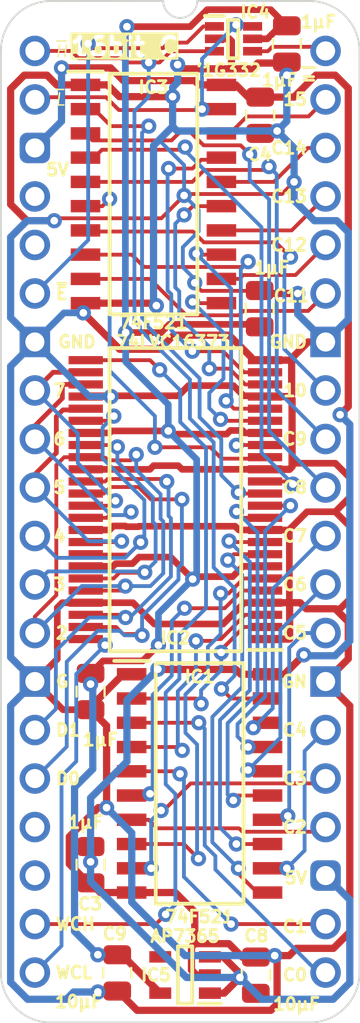
<source format=kicad_pcb>
(kicad_pcb (version 20240108) (generator "pcbnew") (generator_version "8.0")
  (layers (0 "F.Cu" signal) (31 "B.Cu" signal) (34 "B.Paste" user) (35 "F.Paste" user) (36 "B.SilkS" user "B.Silkscreen") (37 "F.SilkS" user "F.Silkscreen") (38 "B.Mask" user) (39 "F.Mask" user) (44 "Edge.Cuts" user))
  (net 0 "")
  (net 1 "GND")
  (net 2 "5V")
  (net 3 "/3.3V")
  (net 4 "/EC0")
  (net 5 "/EC1")
  (net 6 "/EC2")
  (net 7 "/EC3")
  (net 8 "C1")
  (net 9 "C7")
  (net 10 "C3")
  (net 11 "C2")
  (net 12 "/EC4")
  (net 13 "/EC5")
  (net 14 "/EC6")
  (net 15 "/EC7")
  (net 16 "C0")
  (net 17 "C5")
  (net 18 "C6")
  (net 19 "C4")
  (net 20 "/EC8")
  (net 21 "D4")
  (net 22 "D7")
  (net 23 "D2")
  (net 24 "D0")
  (net 25 "/EC9")
  (net 26 "D3")
  (net 27 "D1")
  (net 28 "D6")
  (net 30 "Write Compare Address High")
  (net 31 "Write Compare Address Low")
  (net 32 "D5")
  (net 33 "C11")
  (net 34 "C8")
  (net 35 "C10")
  (net 36 "C9")
  (net 37 "C14")
  (net 38 "/EC10")
  (net 39 "/EC11")
  (net 40 "/EC12")
  (net 41 "/EC13")
  (net 42 "/EC14")
  (net 43 "/EC15")
  (net 44 "C15")
  (net 45 "C12")
  (net 46 "C13")
  (net 47 "~{P=Q}")
  (net 48 "~{OE}")
  (net 49 "~{PH=QH}")
  (net 50 "~{PL=QL}")
  (footprint "SamacSys_Parts:C_0805" (layer "F.Cu") (at 2.921 33.528 180)
    (property "Reference" "C2" (hide yes))
    (property "Value" "1μF")
  )
  (footprint "SamacSys_Parts:SOT65P210X110-6N" (layer "F.Cu") (at 10.414 -0.635)
    (property "Reference" "IC4")
    (property "Value" "SN74LVC1G332DCKR" (hide yes))
  )
  (footprint "SamacSys_Parts:SOP64P1025X280-48N" (layer "F.Cu") (at 7.366 23.495 180)
    (property "Reference" "IC2")
    (property "Value" "74LVC16373ADL,118" (hide yes))
  )
  (footprint "SamacSys_Parts:C_0805" (layer "F.Cu") (at 11.7856 13.5128)
    (property "Reference" "C1" (hide yes))
    (property "Value" "1μF")
  )
  (footprint "SamacSys_Parts:C_0805" (layer "F.Cu") (at 11.811 3.352 180)
    (property "Reference" "C4")
    (property "Value" "1μF")
  )
  (footprint "SamacSys_Parts:C_0805" (layer "F.Cu") (at 11.5824 48.4124)
    (property "Reference" "C8")
    (property "Value" "10µF")
  )
  (footprint "SamacSys_Parts:SOIC127P780X200-20N" (layer "F.Cu") (at 6.217 7.493)
    (property "Reference" "IC3")
    (property "Value" "SN74F521NSR" (hide yes))
  )
  (footprint "SamacSys_Parts:SOIC127P780X200-20N" (layer "F.Cu") (at 8.636 38.354)
    (property "Reference" "IC1")
    (property "Value" "SN74F521NSR" (hide yes))
  )
  (footprint "SamacSys_Parts:C_0805" (layer "F.Cu") (at 2.921 42.595 180)
    (property "Reference" "C3")
    (property "Value" "1μF")
  )
  (footprint "SamacSys_Parts:C_0805" (layer "F.Cu") (at 4.318 48.26 180)
    (property "Reference" "C9")
    (property "Value" "10µF")
  )
  (footprint "SamacSys_Parts:SOT95P285X130-5N" (layer "F.Cu") (at 7.874 48.387 180)
    (property "Reference" "IC5")
    (property "Value" "AP7365-33WG-7" (hide yes))
  )
  (footprint "SamacSys_Parts:C_0805" (layer "F.Cu") (at 13.208 -0.381 180)
    (property "Reference" "C5" (hide yes))
    (property "Value" "1μF")
  )
  (footprint "SamacSys_Parts:DIP-40_Board_W15.24mm" (layer "F.Cu") (at 0 0)
    (property "Reference" "J2" (hide yes))
    (property "Value" "Conn_02x20_Counter_Clockwise" (hide yes))
    (fp_line (start -1.778 48.26) (end -1.778 0) (stroke (width 0.1)) (layer "Edge.Cuts"))
    (fp_line (start 6.731 -2.6162) (end 0.835732 -2.613732) (stroke (width 0.1)) (layer "Edge.Cuts"))
    (fp_line (start 14.404267 -2.613733) (end 8.509 -2.6162) (stroke (width 0.1)) (layer "Edge.Cuts"))
    (fp_line (start 14.404268 50.873732) (end 0.835733 50.873733) (stroke (width 0.1)) (layer "Edge.Cuts"))
    (fp_line (start 17.018 48.26) (end 17.017999 -0.000001) (stroke (width 0.1)) (layer "Edge.Cuts"))
    (fp_arc (start -1.778 0) (mid -1.012456 -1.848188) (end 0.835732 -2.613732) (stroke (width 0.1)) (layer "Edge.Cuts"))
    (fp_arc (start 0.835733 50.873733) (mid -1.012457 50.10819) (end -1.778 48.26) (stroke (width 0.1)) (layer "Edge.Cuts"))
    (fp_arc (start 8.509 -2.6162) (mid 7.62 -1.7272) (end 6.731 -2.6162) (stroke (width 0.1)) (layer "Edge.Cuts"))
    (fp_arc (start 14.404267 -2.613733) (mid 16.252448 -1.848183) (end 17.017999 -0.000001) (stroke (width 0.1)) (layer "Edge.Cuts"))
    (fp_arc (start 17.018 48.26) (mid 16.252456 50.108187) (end 14.404268 50.873732) (stroke (width 0.1)) (layer "Edge.Cuts"))
  )
  (footprint "SamacSys_Parts:PinHeader_1x20_P2.54mm_Vertical" (layer "B.Cu") (at 0 0 180)
    (property "Reference" "J1" (hide yes))
    (property "Value" "Pin_Header_01x20" (hide yes))
  )
  (footprint "SamacSys_Parts:PinHeader_1x20_P2.54mm_Vertical" (layer "B.Cu") (at 15.24 0 180)
    (property "Reference" "J3" (hide yes))
    (property "Value" "Pin_Header_01x20" (hide yes))
  )
  (gr_text "~{L}" (at 1.016 2.54 0) (layer "F.SilkS") (effects (font (size 0.635 0.635) (thickness 0.08) (italic yes)) (justify left)))
  (gr_text "C3" (at 14.351 38.1 0) (layer "F.SilkS") (effects (font (size 0.635 0.635)) (justify right)))
  (gr_text "5V" (at 14.351 43.307 0) (layer "F.SilkS") (effects (font (size 0.635 0.635)) (justify right)))
  (gr_text "C1" (at 14.351 45.847 0) (layer "F.SilkS") (effects (font (size 0.635 0.635)) (justify right)))
  (gr_text "6" (at 0.889 20.32 0) (layer "F.SilkS") (effects (font (size 0.635 0.635)) (justify left)))
  (gr_text "C7" (at 14.351 25.4 0) (layer "F.SilkS") (effects (font (size 0.635 0.635)) (justify right)))
  (gr_text "GND" (at 14.351 15.24 0) (layer "F.SilkS") (effects (font (size 0.635 0.635)) (justify right)))
  (gr_text "~{H}" (at 1.016 0 0) (layer "F.SilkS") (effects (font (size 0.635 0.635) (thickness 0.08) (italic yes)) (justify left)))
  (gr_text "G" (at 1.016 33.02 0) (layer "F.SilkS") (effects (font (size 0.635 0.635)) (justify left)))
  (gr_text "D0" (at 1.016 38.1 0) (layer "F.SilkS") (effects (font (size 0.635 0.635)) (justify left)))
  (gr_text "C13" (at 14.351 7.62 0) (layer "F.SilkS") (effects (font (size 0.635 0.635)) (justify right)))
  (gr_text "D1" (at 1.016 35.56 0) (layer "F.SilkS") (effects (font (size 0.635 0.635)) (justify left)))
  (gr_text "5" (at 0.889 22.86 0) (layer "F.SilkS") (effects (font (size 0.635 0.635)) (justify left)))
  (gr_text "7" (at 0.889 17.78 0) (layer "F.SilkS") (effects (font (size 0.635 0.635)) (justify left)))
  (gr_text "~{E}" (at 1.016 12.7 0) (layer "F.SilkS") (effects (font (size 0.635 0.635)) (justify left)))
  (gr_text "C14" (at 14.351 5.08 0) (layer "F.SilkS") (effects (font (size 0.635 0.635)) (justify right)))
  (gr_text "C6" (at 14.351 27.94 0) (layer "F.SilkS") (effects (font (size 0.635 0.635)) (justify right)))
  (gr_text "2" (at 1.016 30.48 0) (layer "F.SilkS") (effects (font (size 0.635 0.635)) (justify left)))
  (gr_text "~{=}" (at 14.859 1.397 0) (layer "F.SilkS") (effects (font (size 0.635 0.635)) (justify right)))
  (gr_text "C12" (at 14.351 10.16 0) (layer "F.SilkS") (effects (font (size 0.635 0.635)) (justify right)))
  (gr_text "15" (at 14.351 2.54 0) (layer "F.SilkS") (effects (font (size 0.635 0.635)) (justify right)))
  (gr_text "C0" (at 14.351 48.387 0) (layer "F.SilkS") (effects (font (size 0.635 0.635)) (justify right)))
  (gr_text "WCH" (at 1.016 45.72 0) (layer "F.SilkS") (effects (font (size 0.635 0.635)) (justify left)))
  (gr_text "C5" (at 14.351 30.48 0) (layer "F.SilkS") (effects (font (size 0.635 0.635)) (justify right)))
  (gr_text "C8" (at 14.351 22.86 0) (layer "F.SilkS") (effects (font (size 0.635 0.635)) (justify right)))
  (gr_text "C4" (at 14.351 35.56 0) (layer "F.SilkS") (effects (font (size 0.635 0.635)) (justify right)))
  (gr_text "4" (at 0.889 25.4 0) (layer "F.SilkS") (effects (font (size 0.635 0.635)) (justify left)))
  (gr_text "C11" (at 14.478 12.827 0) (layer "F.SilkS") (effects (font (size 0.635 0.635)) (justify right)))
  (gr_text "10" (at 14.351 17.78 0) (layer "F.SilkS") (effects (font (size 0.635 0.635)) (justify right)))
  (gr_text "16bit C" (at 4.699 0.381 0) (layer "F.SilkS" knockout) (effects (font (size 1 1) (thickness 0.2) (bold yes)) (justify bottom)))
  (gr_text "C2" (at 14.351 40.64 0) (layer "F.SilkS") (effects (font (size 0.635 0.635)) (justify right)))
  (gr_text "WCL" (at 1.016 48.26 0) (layer "F.SilkS") (effects (font (size 0.635 0.635)) (justify left)))
  (gr_text "GN" (at 14.351 33.02 0) (layer "F.SilkS") (effects (font (size 0.635 0.635)) (justify right)))
  (gr_text "C9" (at 14.351 20.32 0) (layer "F.SilkS") (effects (font (size 0.635 0.635)) (justify right)))
  (gr_text "3" (at 0.889 27.94 0) (layer "F.SilkS") (effects (font (size 0.635 0.635)) (justify left)))
  (gr_text "GND" (at 1.143 15.24 0) (layer "F.SilkS") (effects (font (size 0.635 0.635)) (justify left)))
  (gr_text "5V" (at 0.508 6.223 0) (layer "F.SilkS") (effects (font (size 0.635 0.635)) (justify left)))
  (segment (start 2.666 28.893) (end 5.144 28.893) (width 0.35) (layer "F.Cu") (net 1))
  (segment (start 8.052181 17.526) (end 10.414 17.526) (width 0.35) (layer "F.Cu") (net 1))
  (segment (start 1.806 42.573) (end 1.806 41.138976) (width 0.38) (layer "F.Cu") (net 1))
  (segment (start 12.066 18.097) (end 13.346 18.097) (width 0.38) (layer "F.Cu") (net 1))
  (segment (start 12.573002 47.371) (end 13.335 47.371) (width 0.38) (layer "F.Cu") (net 1))
  (segment (start 13.316 25.083) (end 13.341 25.108) (width 0.35) (layer "F.Cu") (net 1))
  (segment (start 13.483001 18.234001) (end 13.483001 21.590001) (width 0.38) (layer "F.Cu") (net 1))
  (segment (start -0.555 1.27) (end -1.27 1.985) (width 0.38) (layer "F.Cu") (net 1))
  (segment (start 4.348 49.226) (end 5.3584 50.2364) (width 0.38) (layer "F.Cu") (net 1))
  (segment (start 9.871225 30.006775) (end 10.985 28.893) (width 0.35) (layer "F.Cu") (net 1))
  (segment (start 13.341 28.76) (end 13.208 28.893) (width 0.35) (layer "F.Cu") (net 1))
  (segment (start 5.144 28.893) (end 6.257775 30.006775) (width 0.35) (layer "F.Cu") (net 1))
  (segment (start 9.174 48.387) (end 8.469 48.387) (width 0.38) (layer "F.Cu") (net 1))
  (segment (start 16.43 29.892) (end 15.748 29.21) (width 0.38) (layer "F.Cu") (net 1))
  (segment (start 7.8994 7.493) (end 7.8232 7.5692) (width 0.2) (layer "F.Cu") (net 1))
  (segment (start 4.444992 15.621) (end 2.54 13.716008) (width 0.38) (layer "F.Cu") (net 1))
  (segment (start 5.3584 50.2364) (end 12.3746 50.2364) (width 0.38) (layer "F.Cu") (net 1))
  (segment (start 2.66944 21.91044) (end 6.02956 21.91044) (width 0.35) (layer "F.Cu") (net 1))
  (segment (start 2.666 25.083) (end 3.916 25.083) (width 0.35) (layer "F.Cu") (net 1))
  (segment (start 13.589 6.858) (end 12.954 7.493) (width 0.2) (layer "F.Cu") (net 1))
  (segment (start 16.51 24.892) (end 16.51 28.702) (width 0.35) (layer "F.Cu") (net 1))
  (segment (start 12.954 7.493) (end 7.8994 7.493) (width 0.2) (layer "F.Cu") (net 1))
  (segment (start 7.51997 18.058211) (end 8.052181 17.526) (width 0.35) (layer "F.Cu") (net 1))
  (segment (start 10.985 28.893) (end 12.066 28.893) (width 0.35) (layer "F.Cu") (net 1))
  (segment (start 3.352 49.226) (end 3.302 49.276) (width 0.38) (layer "F.Cu") (net 1))
  (segment (start 10.946211 18.058211) (end 12.027211 18.058211) (width 0.35) (layer "F.Cu") (net 1))
  (segment (start 13.208 1.27) (end 13.208 0.585) (width 0.38) (layer "F.Cu") (net 1))
  (segment (start 10.50081 24.888626) (end 10.695184 25.083) (width 0.35) (layer "F.Cu") (net 1))
  (segment (start 4.747819 24.874103) (end 4.786178 24.912462) (width 0.35) (layer "F.Cu") (net 1))
  (segment (start 12.066 16.193) (end 13.346 16.193) (width 0.38) (layer "F.Cu") (net 1))
  (segment (start 4.786178 24.912462) (end 5.42821 24.912462) (width 0.35) (layer "F.Cu") (net 1))
  (segment (start 15.24 33.02) (end 16.43 31.83) (width 0.38) (layer "F.Cu") (net 1))
  (segment (start 4.426964 2.394964) (end 7.220964 2.394964) (width 0.38) (layer "F.Cu") (net 1))
  (segment (start 13.716 46.99) (end 15.652915 46.99) (width 0.38) (layer "F.Cu") (net 1))
  (segment (start 12.066 21.907) (end 13.346 21.907) (width 0.38) (layer "F.Cu") (net 1))
  (segment (start 14.319 15.24) (end 13.356 16.203) (width 0.38) (layer "F.Cu") (net 1))
  (segment (start 7.8232 7.5692) (end 6.6294 8.763) (width 0.2) (layer "F.Cu") (net 1))
  (segment (start 16.51 23.368) (end 16.51 22.346649) (width 0.35) (layer "F.Cu") (net 1))
  (segment (start 12.066 25.083) (end 13.316 25.083) (width 0.35) (layer "F.Cu") (net 1))
  (segment (start 16.43 31.83) (end 16.43 29.892) (width 0.38) (layer "F.Cu") (net 1))
  (segment (start 4.034447 18.058211) (end 7.51997 18.058211) (width 0.35) (layer "F.Cu") (net 1))
  (segment (start 16.51 34.29) (end 15.24 33.02) (width 0.38) (layer "F.Cu") (net 1))
  (segment (start 5.074 44.069) (end 3.429 44.069) (width 0.38) (layer "F.Cu") (net 1))
  (segment (start 2.655 1.778) (end 1.143 1.778) (width 0.38) (layer "F.Cu") (net 1))
  (segment (start 13.907 28.893) (end 12.066 28.893) (width 0.38) (layer "F.Cu") (net 1))
  (segment (start 10.695184 25.083) (end 12.066 25.083) (width 0.35) (layer "F.Cu") (net 1))
  (segment (start 10.304 -0.511712) (end 10.180712 -0.635) (width 0.38) (layer "F.Cu") (net 1))
  (segment (start 11.381998 0.937002) (end 11.684 0.635) (width 0.38) (layer "F.Cu") (net 1))
  (segment (start 16.51 46.132915) (end 16.51 34.29) (width 0.38) (layer "F.Cu") (net 1))
  (segment (start 4.318 49.226) (end 3.352 49.226) (width 0.38) (layer "F.Cu") (net 1))
  (segment (start 3.81 1.778) (end 4.426964 2.394964) (width 0.38) (layer "F.Cu") (net 1))
  (segment (start 13.316 25.083) (end 14.269 24.13) (width 0.35) (layer "F.Cu") (net 1))
  (segment (start 13.346 16.193) (end 13.356 16.203) (width 0.38) (layer "F.Cu") (net 1))
  (segment (start -1.27 8.032915) (end -0.412915 8.89) (width 0.38) (layer "F.Cu") (net 1))
  (segment (start 10.184 14.883) (end 7.275758 14.883) (width 0.38) (layer "F.Cu") (net 1))
  (segment (start -1.27 1.985) (end -1.27 8.032915) (width 0.38) (layer "F.Cu") (net 1))
  (segment (start 2.794 43.561) (end 1.806 42.573) (width 0.38) (layer "F.Cu") (net 1))
  (segment (start 13.356 28.914) (end 13.356 30.787) (width 0.38) (layer "F.Cu") (net 1))
  (segment (start 3.761 35.334) (end 3.761 39.624002) (width 0.38) (layer "F.Cu") (net 1))
  (segment (start 1.806 41.138976) (end 3.320974 39.624002) (width 0.38) (layer "F.Cu") (net 1))
  (segment (start 12.6974 49.9136) (end 12.6974 47.495398) (width 0.38) (layer "F.Cu") (net 1))
  (segment (start 13.462 16.309) (end 13.462 17.981) (width 0.38) (layer "F.Cu") (net 1))
  (segment (start 8.209 48.127) (end 8.209 46.92) (width 0.38) (layer "F.Cu") (net 1))
  (segment (start 1.435 28.893) (end 1.175 29.153) (width 0.35) (layer "F.Cu") (net 1))
  (segment (start 15.24 15.24) (end 14.319 15.24) (width 0.38) (layer "F.Cu") (net 1))
  (segment (start 7.709711 21.907) (end 12.066 21.907) (width 0.35) (layer "F.Cu") (net 1))
  (segment (start 10.8704 47.4464) (end 10.171 46.747) (width 0.38) (layer "F.Cu") (net 1))
  (segment (start 8.382 45.085) (end 8.382 46.747) (width 0.38) (layer "F.Cu") (net 1))
  (segment (start 1.175 31.845) (end 0 33.02) (width 0.35) (layer "F.Cu") (net 1))
  (segment (start 12.3746 50.2364) (end 12.6974 49.9136) (width 0.38) (layer "F.Cu") (net 1))
  (segment (start 2.769 34.494) (end 4.624 32.639) (width 0.38) (layer "F.Cu") (net 1))
  (segment (start -1.27 13.97) (end -1.27 9.747085) (width 0.35) (layer "F.Cu") (net 1))
  (segment (start 2.655 1.778) (end 3.81 1.778) (width 0.38) (layer "F.Cu") (net 1))
  (segment (start 10.304 0.937002) (end 10.304 -0.511712) (width 0.38) (layer "F.Cu") (net 1))
  (segment (start 2.655 13.208) (end 6.242002 13.208) (width 0.38) (layer "F.Cu") (net 1))
  (segment (start 13.346 18.097) (end 13.483001 18.234001) (width 0.38) (layer "F.Cu") (net 1))
  (segment (start 6.02956 21.91044) (end 6.223 21.717) (width 0.35) (layer "F.Cu") (net 1))
  (segment (start 8.469 48.387) (end 8.209 48.127) (width 0.38) (layer "F.Cu") (net 1))
  (segment (start 11.684 0.635) (end 13.158 0.635) (width 0.38) (layer "F.Cu") (net 1))
  (segment (start 11.7694 12.563) (end 8.72995 12.563) (width 0.2) (layer "F.Cu") (net 1))
  (segment (start 7.519711 21.717) (end 7.709711 21.907) (width 0.35) (layer "F.Cu") (net 1))
  (segment (start 8.255 12.319) (end 8.382 12.192) (width 0.2) (layer "F.Cu") (net 1))
  (segment (start 8.72995 12.563) (end 8.48595 12.319) (width 0.2) (layer "F.Cu") (net 1))
  (segment (start 15.748 29.21) (end 14.224 29.21) (width 0.38) (layer "F.Cu") (net 1))
  (segment (start 10.180712 -0.635) (end 9.414 -0.635) (width 0.38) (layer "F.Cu") (net 1))
  (segment (start 0 33.02) (end 1.474 34.494) (width 0.35) (layer "F.Cu") (net 1))
  (segment (start 1.143004 8.763) (end 1.016004 8.89) (width 0.2) (layer "F.Cu") (net 1))
  (segment (start 3.916 25.083) (end 4.124897 24.874103) (width 0.35) (layer "F.Cu") (net 1))
  (segment (start 7.275758 14.883) (end 6.537758 15.621) (width 0.38) (layer "F.Cu") (net 1))
  (segment (start 5.42821 24.912462) (end 5.452046 24.888626) (width 0.35) (layer "F.Cu") (net 1))
  (segment (start 10.414 17.526) (end 10.946211 18.058211) (width 0.35) (layer "F.Cu") (net 1))
  (segment (start 13.462 17.981) (end 13.346 18.097) (width 0.38) (layer "F.Cu") (net 1))
  (segment (start 2.921 34.494) (end 3.761 35.334) (width 0.38) (layer "F.Cu") (net 1))
  (segment (start 14.269 24.13) (end 15.748 24.13) (width 0.35) (layer "F.Cu") (net 1))
  (segment (start 6.537758 15.621) (end 4.444992 15.621) (width 0.38) (layer "F.Cu") (net 1))
  (segment (start 6.223 21.717) (end 7.519711 21.717) (width 0.35) (layer "F.Cu") (net 1))
  (segment (start 2.655 13.208) (end 2.655 13.601008) (width 0.38) (layer "F.Cu") (net 1))
  (segment (start 10.304 0.937002) (end 7.705682 0.937002) (width 0.38) (layer "F.Cu") (net 1))
  (segment (start 8.48595 12.319) (end 8.255 12.319) (width 0.2) (layer "F.Cu") (net 1))
  (segment (start 11.9388 12.7) (end 13.7795 12.7) (width 0.38) (layer "F.Cu") (net 1))
  (segment (start 0.635 1.27) (end -0.555 1.27) (width 0.38) (layer "F.Cu") (net 1))
  (segment (start 11.340999 16.039999) (end 10.184 14.883) (width 0.38) (layer "F.Cu") (net 1))
  (segment (start 16.51 28.702) (end 16.002 29.21) (width 0.35) (layer "F.Cu") (net 1))
  (segment (start 11.6578 47.371) (end 12.573002 47.371) (width 0.38) (layer "F.Cu") (net 1))
  (segment (start 10.304 0.937002) (end 11.381998 0.937002) (width 0.38) (layer "F.Cu") (net 1))
  (segment (start 13.356 16.203) (end 13.462 16.309) (width 0.38) (layer "F.Cu") (net 1))
  (segment (start 13.341 25.108) (end 13.341 28.76) (width 0.35) (layer "F.Cu") (net 1))
  (segment (start 13.346 30.797) (end 12.066 30.797) (width 0.38) (layer "F.Cu") (net 1))
  (segment (start 13.335 47.371) (end 13.716 46.99) (width 0.38) (layer "F.Cu") (net 1))
  (segment (start 1.474 34.494) (end 2.921 34.494) (width 0.35) (layer "F.Cu") (net 1))
  (segment (start 8.382 12.192) (end 8.382 12.1412) (width 0.2) (layer "F.Cu") (net 1))
  (segment (start 15.652915 46.99) (end 16.51 46.132915) (width 0.38) (layer "F.Cu") (net 1))
  (segment (start 15.748 24.13) (end 16.51 23.368) (width 0.35) (layer "F.Cu") (net 1))
  (segment (start 2.666 28.893) (end 1.435 28.893) (width 0.35) (layer "F.Cu") (net 1))
  (segment (start 2.704789 18.058211) (end 3.954697 18.058211) (width 0.35) (layer "F.Cu") (net 1))
  (segment (start 6.257775 30.006775) (end 9.871225 30.006775) (width 0.35) (layer "F.Cu") (net 1))
  (segment (start 6.6294 8.763) (end 1.143004 8.763) (width 0.2) (layer "F.Cu") (net 1))
  (segment (start 3.320974 39.624002) (end 3.761 39.624002) (width 0.38) (layer "F.Cu") (net 1))
  (segment (start 0 15.24) (end -1.27 13.97) (width 0.35) (layer "F.Cu") (net 1))
  (segment (start 8.209 46.92) (end 8.382 46.747) (width 0.38) (layer "F.Cu") (net 1))
  (segment (start 7.705682 0.937002) (end 7.483644 0.714964) (width 0.38) (layer "F.Cu") (net 1))
  (segment (start 11.5824 47.4464) (end 10.8704 47.4464) (width 0.38) (layer "F.Cu") (net 1))
  (segment (start 1.143 1.778) (end 0.635 1.27) (width 0.38) (layer "F.Cu") (net 1))
  (segment (start 3.429 44.069) (end 2.921 43.561) (width 0.38) (layer "F.Cu") (net 1))
  (segment (start 16.002 29.21) (end 15.748 29.21) (width 0.35) (layer "F.Cu") (net 1))
  (segment (start 5.074 44.069) (end 7.366 44.069) (width 0.38) (layer "F.Cu") (net 1))
  (segment (start 14.224 29.21) (end 13.907 28.893) (width 0.38) (layer "F.Cu") (net 1))
  (segment (start 7.366 44.069) (end 8.382 45.085) (width 0.38) (layer "F.Cu") (net 1))
  (segment (start 13.335 28.893) (end 13.356 28.914) (width 0.38) (layer "F.Cu") (net 1))
  (segment (start 5.452046 24.888626) (end 10.50081 24.888626) (width 0.35) (layer "F.Cu") (net 1))
  (segment (start 13.356 30.787) (end 13.346 30.797) (width 0.38) (layer "F.Cu") (net 1))
  (segment (start 10.171 46.747) (end 8.382 46.747) (width 0.38) (layer "F.Cu") (net 1))
  (segment (start 11.938 4.191) (end 12.7 4.191) (width 0.38) (layer "F.Cu") (net 1))
  (segment (start 12.6974 47.495398) (end 12.573002 47.371) (width 0.38) (layer "F.Cu") (net 1))
  (segment (start 2.655 13.601008) (end 2.54 13.716008) (width 0.38) (layer "F.Cu") (net 1))
  (segment (start 4.124897 24.874103) (end 4.747819 24.874103) (width 0.35) (layer "F.Cu") (net 1))
  (segment (start 1.175 29.153) (end 1.175 31.845) (width 0.35) (layer "F.Cu") (net 1))
  (segment (start 13.346 21.907) (end 13.483001 21.769999) (width 0.38) (layer "F.Cu") (net 1))
  (segment (start 16.51 22.346649) (end 15.753352 21.590001) (width 0.35) (layer "F.Cu") (net 1))
  (segment (start 3.954697 18.058211) (end 3.994572 18.098086) (width 0.35) (layer "F.Cu") (net 1))
  (segment (start 15.748 24.13) (end 16.51 24.892) (width 0.35) (layer "F.Cu") (net 1))
  (segment (start -0.412915 8.89) (end 1.016004 8.89) (width 0.38) (layer "F.Cu") (net 1))
  (segment (start 6.242002 13.208) (end 6.369002 13.335) (width 0.38) (layer "F.Cu") (net 1))
  (segment (start 3.994572 18.098086) (end 4.034447 18.058211) (width 0.35) (layer "F.Cu") (net 1))
  (segment (start 13.483001 21.769999) (end 13.483001 21.590001) (width 0.38) (layer "F.Cu") (net 1))
  (segment (start 15.753352 21.590001) (end 13.483001 21.590001) (width 0.35) (layer "F.Cu") (net 1))
  (segment (start -1.27 9.747085) (end -0.412915 8.89) (width 0.35) (layer "F.Cu") (net 1))
  (via (at 3.994572 18.098086) (size 0.8) (drill 0.4) (layers "F.Cu" "B.Cu") (net 1))
  (via (at 13.7795 12.7) (size 0.8) (drill 0.4) (layers "F.Cu" "B.Cu") (net 1))
  (via (at 1.016004 8.89) (size 0.8) (drill 0.4) (layers "F.Cu" "B.Cu") (net 1))
  (via (at 7.8232 7.5692) (size 0.8) (drill 0.4) (layers "F.Cu" "B.Cu") (net 1))
  (via (at 12.573002 47.371) (size 0.8) (drill 0.4) (layers "F.Cu" "B.Cu") (net 1))
  (via (at 6.369002 13.335) (size 0.8) (drill 0.4) (layers "F.Cu" "B.Cu") (net 1))
  (via (at 3.761 39.624002) (size 0.8) (drill 0.4) (layers "F.Cu" "B.Cu") (net 1))
  (via (at 13.589 6.858) (size 0.8) (drill 0.4) (layers "F.Cu" "B.Cu") (net 1))
  (via (at 12.7 4.191) (size 0.8) (drill 0.4) (layers "F.Cu" "B.Cu") (net 1))
  (via (at 7.483644 0.714964) (size 0.8) (drill 0.4) (layers "F.Cu" "B.Cu") (net 1))
  (via (at 3.302 49.276) (size 0.8) (drill 0.4) (layers "F.Cu" "B.Cu") (net 1))
  (via (at 8.382 12.1412) (size 0.8) (drill 0.4) (layers "F.Cu" "B.Cu") (net 1))
  (via (at 7.220964 2.394964) (size 0.8) (drill 0.4) (layers "F.Cu" "B.Cu") (net 1))
  (via (at 2.54 13.716008) (size 0.8) (drill 0.4) (layers "F.Cu" "B.Cu") (net 1))
  (via (at 13.208 1.27) (size 0.8) (drill 0.4) (layers "F.Cu" "B.Cu") (net 1))
  (segment (start 13.589 5.08) (end 12.7 4.191) (width 0.38) (layer "B.Cu") (net 1))
  (segment (start 15.24 15.24) (end 13.7795 13.7795) (width 0.38) (layer "B.Cu") (net 1))
  (segment (start 16.43 9.492543) (end 15.827457 8.89) (width 0.38) (layer "B.Cu") (net 1))
  (segment (start 14.652543 8.89) (end 13.589 7.826457) (width 0.38) (layer "B.Cu") (net 1))
  (segment (start 8.382 12.1412) (end 8.382 11.953021) (width 0.2) (layer "B.Cu") (net 1))
  (segment (start 0 15.24) (end -1.27 13.97) (width 0.38) (layer "B.Cu") (net 1))
  (segment (start 13.208 3.683) (end 13.208 1.27) (width 0.38) (layer "B.Cu") (net 1))
  (segment (start 7.8232 5.98005) (end 6.54215 4.699) (width 0.2) (layer "B.Cu") (net 1))
  (segment (start 7.483644 1.651) (end 7.483644 0.714964) (width 0.38) (layer "B.Cu") (net 1))
  (segment (start 7.757379 11.3284) (end 7.757379 10.276621) (width 0.2) (layer "B.Cu") (net 1))
  (segment (start -1.27 9.747085) (end -0.412915 8.89) (width 0.38) (layer "B.Cu") (net 1))
  (segment (start 0 15.24) (end -1.27 16.51) (width 0.38) (layer "B.Cu") (net 1))
  (segment (start 6.477 4.699) (end 7.220964 3.955036) (width 0.38) (layer "B.Cu") (net 1))
  (segment (start 7.220964 2.394964) (end 7.220964 3.955036) (width 0.38) (layer "B.Cu") (net 1))
  (segment (start 7.8232 7.5692) (end 7.8232 5.98005) (width 0.2) (layer "B.Cu") (net 1))
  (segment (start 0 33.02) (end -1.27 34.29) (width 0.38) (layer "B.Cu") (net 1))
  (segment (start -1.27 48.768) (end -0.381 49.657) (width 0.38) (layer "B.Cu") (net 1))
  (segment (start -1.27 13.97) (end -1.27 9.747085) (width 0.38) (layer "B.Cu") (net 1))
  (segment (start 7.757379 10.276621) (end 8.5852 9.4488) (width 0.2) (layer "B.Cu") (net 1))
  (segment (start 5.08 40.943002) (end 3.761 39.624002) (width 0.38) (layer "B.Cu") (net 1))
  (segment (start 7.220964 1.91368) (end 7.483644 1.651) (width 0.38) (layer "B.Cu") (net 1))
  (segment (start -0.412915 8.89) (end 1.016004 8.89) (width 0.38) (layer "B.Cu") (net 1))
  (segment (start -0.381 49.657) (end 1.651 49.657) (width 0.38) (layer "B.Cu") (net 1))
  (segment (start 6.2212 4.9548) (end 6.2212 13.187198) (width 0.38) (layer "B.Cu") (net 1))
  (segment (start -1.27 34.29) (end -1.27 48.768) (width 0.38) (layer "B.Cu") (net 1))
  (segment (start 13.7795 13.7795) (end 13.7795 12.7) (width 0.38) (layer "B.Cu") (net 1))
  (segment (start 12.573002 47.371) (end 7.874 47.371) (width 0.38) (layer "B.Cu") (net 1))
  (segment (start -1.27 16.51) (end -1.27 31.75) (width 0.38) (layer "B.Cu") (net 1))
  (segment (start 5.08 44.577) (end 5.08 40.943002) (width 0.38) (layer "B.Cu") (net 1))
  (segment (start 8.382 11.953021) (end 7.757379 11.3284) (width 0.2) (layer "B.Cu") (net 1))
  (segment (start 7.456928 4.191) (end 7.220964 3.955036) (width 0.38) (layer "B.Cu") (net 1))
  (segment (start 6.54215 4.699) (end 6.477 4.699) (width 0.2) (layer "B.Cu") (net 1))
  (segment (start 16.43 14.05) (end 16.43 9.492543) (width 0.38) (layer "B.Cu") (net 1))
  (segment (start 12.7 4.191) (end 13.208 3.683) (width 0.38) (layer "B.Cu") (net 1))
  (segment (start 0 15.24) (end 1.523992 13.716008) (width 0.35) (layer "B.Cu") (net 1))
  (segment (start 7.220964 2.394964) (end 7.220964 1.91368) (width 0.38) (layer "B.Cu") (net 1))
  (segment (start 15.24 15.24) (end 16.43 14.05) (width 0.38) (layer "B.Cu") (net 1))
  (segment (start 7.874 47.371) (end 5.08 44.577) (width 0.38) (layer "B.Cu") (net 1))
  (segment (start 3.994572 18.098086) (end 2.858086 18.098086) (width 0.35) (layer "B.Cu") (net 1))
  (segment (start 8.5852 9.4488) (end 8.5852 8.3312) (width 0.2) (layer "B.Cu") (net 1))
  (segment (start 13.589 7.826457) (end 13.589 6.858) (width 0.38) (layer "B.Cu") (net 1))
  (segment (start 8.5852 8.3312) (end 7.8232 7.5692) (width 0.2) (layer "B.Cu") (net 1))
  (segment (start 13.589 6.858) (end 13.589 5.08) (width 0.38) (layer "B.Cu") (net 1))
  (segment (start 1.651 49.657) (end 2.032 49.276) (width 0.38) (layer "B.Cu") (net 1))
  (segment (start 6.477 4.699) (end 6.2212 4.9548) (width 0.38) (layer "B.Cu") (net 1))
  (segment (start 12.7 4.191) (end 7.456928 4.191) (width 0.38) (layer "B.Cu") (net 1))
  (segment (start -1.27 31.75) (end 0 33.02) (width 0.38) (layer "B.Cu") (net 1))
  (segment (start 2.858086 18.098086) (end 0 15.24) (width 0.35) (layer "B.Cu") (net 1))
  (segment (start 15.827457 8.89) (end 14.652543 8.89) (width 0.38) (layer "B.Cu") (net 1))
  (segment (start 1.523992 13.716008) (end 2.54 13.716008) (width 0.35) (layer "B.Cu") (net 1))
  (segment (start 6.2212 13.187198) (end 6.369002 13.335) (width 0.38) (layer "B.Cu") (net 1))
  (segment (start 2.032 49.276) (end 3.302 49.276) (width 0.38) (layer "B.Cu") (net 1))
  (segment (start 11.811 2.418) (end 11.181 2.418) (width 0.38) (layer "F.Cu") (net 2))
  (segment (start 10.75 48.514) (end 10.749972 48.514) (width 0.38) (layer "F.Cu") (net 2))
  (segment (start 11.181 2.418) (end 10.541 1.778) (width 0.38) (layer "F.Cu") (net 2))
  (segment (start 12.198 32.639) (end 10.795 32.639) (width 0.38) (layer "F.Cu") (net 2))
  (segment (start 11.5824 49.3464) (end 10.75 48.514) (width 0.38) (layer "F.Cu") (net 2))
  (segment (start 16.43 18.621984) (end 16.001984 19.05) (width 0.38) (layer "F.Cu") (net 2))
  (segment (start 9.174 49.337) (end 9.926972 49.337) (width 0.38) (layer "F.Cu") (net 2))
  (segment (start 8.605036 1.778) (end 8.382 1.554964) (width 0.38) (layer "F.Cu") (net 2))
  (segment (start 8.382 1.554964) (end 4.63859 1.554964) (width 0.38) (layer "F.Cu") (net 2))
  (segment (start 10.541 1.778) (end 9.779 1.778) (width 0.38) (layer "F.Cu") (net 2))
  (segment (start 15.748 1.27) (end 16.43 1.952) (width 0.38) (layer "F.Cu") (net 2))
  (segment (start 9.926972 49.337) (end 10.749972 48.514) (width 0.38) (layer "F.Cu") (net 2))
  (segment (start 6.449002 32.371331) (end 6.462671 32.385) (width 0.38) (layer "F.Cu") (net 2))
  (segment (start 2.921 41.661) (end 2.921 42.4615) (width 0.38) (layer "F.Cu") (net 2))
  (segment (start 13.584 2.418) (end 14.732 1.27) (width 0.38) (layer "F.Cu") (net 2))
  (segment (start 9.174 47.437) (end 9.879 47.437) (width 0.38) (layer "F.Cu") (net 2))
  (segment (start 6.462671 32.385) (end 10.541 32.385) (width 0.38) (layer "F.Cu") (net 2))
  (segment (start 3.972626 0.889) (end 1.397 0.889) (width 0.38) (layer "F.Cu") (net 2))
  (segment (start 10.749972 48.307972) (end 10.749972 48.514) (width 0.38) (layer "F.Cu") (net 2))
  (segment (start 10.795 32.639) (end 10.541 32.385) (width 0.38) (layer "F.Cu") (net 2))
  (segment (start 4.63859 1.554964) (end 3.972626 0.889) (width 0.38) (layer "F.Cu") (net 2))
  (segment (start 9.879 47.437) (end 10.749972 48.307972) (width 0.38) (layer "F.Cu") (net 2))
  (segment (start 11.811 2.418) (end 13.584 2.418) (width 0.38) (layer "F.Cu") (net 2))
  (segment (start 9.779 1.778) (end 8.605036 1.778) (width 0.38) (layer "F.Cu") (net 2))
  (segment (start 16.43 1.952) (end 16.43 18.621984) (width 0.38) (layer "F.Cu") (net 2))
  (segment (start 14.732 1.27) (end 15.748 1.27) (width 0.38) (layer "F.Cu") (net 2))
  (segment (start 12.198 32.639) (end 13.081008 32.639) (width 0.38) (layer "F.Cu") (net 2))
  (segment (start 13.081008 32.639) (end 14.097008 31.623) (width 0.38) (layer "F.Cu") (net 2))
  (via (at 16.001984 19.05) (size 0.8) (drill 0.4) (layers "F.Cu" "B.Cu") (net 2))
  (via (at 6.449002 32.371331) (size 0.8) (drill 0.4) (layers "F.Cu" "B.Cu") (net 2))
  (via (at 1.397 0.889) (size 0.8) (drill 0.4) (layers "F.Cu" "B.Cu") (net 2))
  (via (at 2.921 42.4615) (size 0.8) (drill 0.4) (layers "F.Cu" "B.Cu") (net 2))
  (via (at 14.097008 31.623) (size 0.8) (drill 0.4) (layers "F.Cu" "B.Cu") (net 2))
  (via (at 10.749972 48.514) (size 0.8) (drill 0.4) (layers "F.Cu" "B.Cu") (net 2))
  (segment (start 14.144008 31.67) (end 15.732915 31.67) (width 0.38) (layer "B.Cu") (net 2))
  (segment (start 10.749972 48.514) (end 7.942756 48.514) (width 0.38) (layer "B.Cu") (net 2))
  (segment (start 16.51 30.892915) (end 16.51 19.558016) (width 0.38) (layer "B.Cu") (net 2))
  (segment (start 2.921 39.116) (end 2.921 42.4615) (width 0.38) (layer "B.Cu") (net 2))
  (segment (start 6.449002 32.371331) (end 4.826 33.994333) (width 0.38) (layer "B.Cu") (net 2))
  (segment (start 15.636958 49.657) (end 11.892972 49.657) (width 0.38) (layer "B.Cu") (net 2))
  (segment (start 16.51 19.558016) (end 16.001984 19.05) (width 0.38) (layer "B.Cu") (net 2))
  (segment (start 15.24 43.18) (end 16.51 44.45) (width 0.38) (layer "B.Cu") (net 2))
  (segment (start 15.732915 31.67) (end 16.51 30.892915) (width 0.38) (layer "B.Cu") (net 2))
  (segment (start 16.51 48.783958) (end 15.636958 49.657) (width 0.38) (layer "B.Cu") (net 2))
  (segment (start 7.942756 48.514) (end 2.921 43.492244) (width 0.38) (layer "B.Cu") (net 2))
  (segment (start 11.892972 49.657) (end 10.749972 48.514) (width 0.38) (layer "B.Cu") (net 2))
  (segment (start 4.826 37.211) (end 2.921 39.116) (width 0.38) (layer "B.Cu") (net 2))
  (segment (start 16.51 44.45) (end 16.51 48.783958) (width 0.38) (layer "B.Cu") (net 2))
  (segment (start 4.826 33.994333) (end 4.826 37.211) (width 0.38) (layer "B.Cu") (net 2))
  (segment (start 2.921 43.492244) (end 2.921 42.4615) (width 0.38) (layer "B.Cu") (net 2))
  (segment (start 1.397 3.683) (end 1.397 0.889) (width 0.38) (layer "B.Cu") (net 2))
  (segment (start 0 5.08) (end 1.397 3.683) (width 0.38) (layer "B.Cu") (net 2))
  (segment (start 14.097008 31.623) (end 14.144008 31.67) (width 0.38) (layer "B.Cu") (net 2))
  (segment (start 3.576 31.939) (end 5.653 31.939) (width 0.35) (layer "F.Cu") (net 3))
  (segment (start 12.36265 -2.16035) (end 9.033743 -2.16035) (width 0.35) (layer "F.Cu") (net 3))
  (segment (start 4.563 47.326) (end 6.574 49.337) (width 0.38) (layer "F.Cu") (net 3))
  (segment (start 10.367563 27.528) (end 8.403546 27.528) (width 0.35) (layer "F.Cu") (net 3))
  (segment (start 4.021466 19.897534) (end 3.916 20.003) (width 0.35) (layer "F.Cu") (net 3))
  (segment (start 10.052951 20.065475) (end 10.243839 19.874587) (width 0.35) (layer "F.Cu") (net 3))
  (segment (start 5.116536 26.846529) (end 5.459683 26.503382) (width 0.35) (layer "F.Cu") (net 3))
  (segment (start 7.161103 20.065475) (end 10.052951 20.065475) (width 0.35) (layer "F.Cu") (net 3))
  (segment (start 8.403546 27.528) (end 8.272408 27.659138) (width 0.35) (layer "F.Cu") (net 3))
  (segment (start 4.093939 26.987) (end 4.23441 26.846529) (width 0.35) (layer "F.Cu") (net 3))
  (segment (start 2.666 26.987) (end 4.093939 26.987) (width 0.35) (layer "F.Cu") (net 3))
  (segment (start 6.993162 19.897534) (end 4.021466 19.897534) (width 0.35) (layer "F.Cu") (net 3))
  (segment (start 13.208 -1.315) (end 12.36265 -2.16035) (width 0.35) (layer "F.Cu") (net 3))
  (segment (start 12.872 -1.315) (end 12.192 -0.635) (width 0.35) (layer "F.Cu") (net 3))
  (segment (start 2.921 33.15406) (end 2.920155 33.154905) (width 0.38) (layer "F.Cu") (net 3))
  (segment (start 2.921 32.594) (end 2.921 33.15406) (width 0.38) (layer "F.Cu") (net 3))
  (segment (start 8.143393 -1.27) (end 4.826 -1.27) (width 0.35) (layer "F.Cu") (net 3))
  (segment (start 5.653 31.939) (end 6.477 31.115) (width 0.35) (layer "F.Cu") (net 3))
  (segment (start 10.883319 19.874587) (end 11.011732 20.003) (width 0.35) (layer "F.Cu") (net 3))
  (segment (start 7.116652 26.503382) (end 8.272408 27.659138) (width 0.35) (layer "F.Cu") (net 3))
  (segment (start 11.713 14.318) (end 7.041727 14.318) (width 0.35) (layer "F.Cu") (net 3))
  (segment (start 2.921 32.594) (end 3.576 31.939) (width 0.35) (layer "F.Cu") (net 3))
  (segment (start 11.011732 20.003) (end 12.066 20.003) (width 0.35) (layer "F.Cu") (net 3))
  (segment (start 10.243839 19.874587) (end 10.883319 19.874587) (width 0.35) (layer "F.Cu") (net 3))
  (segment (start 6.612487 14.74724) (end 4.759179 14.74724) (width 0.35) (layer "F.Cu") (net 3))
  (segment (start 3.916 20.003) (end 2.666 20.003) (width 0.35) (layer "F.Cu") (net 3))
  (segment (start 6.993162 19.897534) (end 7.161103 20.065475) (width 0.35) (layer "F.Cu") (net 3))
  (segment (start 7.041727 14.318) (end 6.612487 14.74724) (width 0.35) (layer "F.Cu") (net 3))
  (segment (start 4.348 47.326) (end 3.301998 47.326) (width 0.38) (layer "F.Cu") (net 3))
  (segment (start 12.192 -0.635) (end 11.414 -0.635) (width 0.35) (layer "F.Cu") (net 3))
  (segment (start 10.908563 26.987) (end 10.367563 27.528) (width 0.35) (layer "F.Cu") (net 3))
  (segment (start 9.033743 -2.16035) (end 8.143393 -1.27) (width 0.35) (layer "F.Cu") (net 3))
  (segment (start 12.066 26.987) (end 10.908563 26.987) (width 0.35) (layer "F.Cu") (net 3))
  (segment (start 5.459683 26.503382) (end 7.116652 26.503382) (width 0.35) (layer "F.Cu") (net 3))
  (segment (start 4.23441 26.846529) (end 5.116536 26.846529) (width 0.35) (layer "F.Cu") (net 3))
  (via (at 4.826 -1.27) (size 0.8) (drill 0.4) (layers "F.Cu" "B.Cu") (net 3))
  (via (at 6.993162 19.897534) (size 0.8) (drill 0.4) (layers "F.Cu" "B.Cu") (net 3))
  (via (at 3.301998 47.326) (size 0.8) (drill 0.4) (layers "F.Cu" "B.Cu") (net 3))
  (via (at 2.920155 33.154905) (size 0.8) (drill 0.4) (layers "F.Cu" "B.Cu") (net 3))
  (via (at 8.272408 27.659138) (size 0.8) (drill 0.4) (layers "F.Cu" "B.Cu") (net 3))
  (via (at 6.477 31.115) (size 0.8) (drill 0.4) (layers "F.Cu" "B.Cu") (net 3))
  (via (at 4.759179 14.74724) (size 0.8) (drill 0.4) (layers "F.Cu" "B.Cu") (net 3))
  (segment (start 4.744 14.732061) (end 4.744 -1.188) (width 0.35) (layer "B.Cu") (net 3))
  (segment (start 6.993162 19.897534) (end 6.993162 18.51341) (width 0.35) (layer "B.Cu") (net 3))
  (segment (start 3.036 37.604) (end 3.036 33.27075) (width 0.38) (layer "B.Cu") (net 3))
  (segment (start 8.482196 27.44935) (end 8.272408 27.659138) (width 0.35) (layer "B.Cu") (net 3))
  (segment (start 3.301998 47.326) (end 2.081 46.105002) (width 0.38) (layer "B.Cu") (net 3))
  (segment (start 6.993162 18.51341) (end 4.759179 16.279427) (width 0.35) (layer "B.Cu") (net 3))
  (segment (start 6.993162 19.897534) (end 8.482196 21.386568) (width 0.35) (layer "B.Cu") (net 3))
  (segment (start 4.744 -1.188) (end 4.826 -1.27) (width 0.35) (layer "B.Cu") (net 3))
  (segment (start 6.477 31.115) (end 6.477 29.454546) (width 0.35) (layer "B.Cu") (net 3))
  (segment (start 4.759179 14.74724) (end 4.744 14.732061) (width 0.35) (layer "B.Cu") (net 3))
  (segment (start 2.081 46.105002) (end 2.081 38.559) (width 0.38) (layer "B.Cu") (net 3))
  (segment (start 6.477 29.454546) (end 8.272408 27.659138) (width 0.35) (layer "B.Cu") (net 3))
  (segment (start 8.482196 21.386568) (end 8.482196 27.44935) (width 0.35) (layer "B.Cu") (net 3))
  (segment (start 2.081 38.559) (end 3.036 37.604) (width 0.38) (layer "B.Cu") (net 3))
  (segment (start 3.036 33.27075) (end 2.920155 33.154905) (width 0.38) (layer "B.Cu") (net 3))
  (segment (start 4.759179 16.279427) (end 4.759179 14.74724) (width 0.35) (layer "B.Cu") (net 3))
  (segment (start 12.066 30.163) (end 10.966 30.163) (width 0.2) (layer "F.Cu") (net 4))
  (segment (start 10.966 30.163) (end 9.770001 31.358999) (width 0.2) (layer "F.Cu") (net 4))
  (segment (start 9.770001 31.358999) (end 9.770001 31.496) (width 0.2) (layer "F.Cu") (net 4))
  (segment (start 5.074 33.909) (end 8.440256 33.909) (width 0.2) (layer "F.Cu") (net 4))
  (segment (start 8.440256 33.909) (end 8.713771 34.182515) (width 0.2) (layer "F.Cu") (net 4))
  (via (at 8.713771 34.182515) (size 0.8) (drill 0.4) (layers "F.Cu" "B.Cu") (net 4))
  (via (at 9.770001 31.496) (size 0.8) (drill 0.4) (layers "F.Cu" "B.Cu") (net 4))
  (segment (start 8.713771 34.182515) (end 8.713771 33.476277) (width 0.2) (layer "B.Cu") (net 4))
  (segment (start 9.770001 32.420047) (end 9.770001 31.496) (width 0.2) (layer "B.Cu") (net 4))
  (segment (start 8.713771 33.476277) (end 9.770001 32.420047) (width 0.2) (layer "B.Cu") (net 4))
  (segment (start 9.480051 30.796) (end 9.753752 30.796) (width 0.2) (layer "F.Cu") (net 5))
  (segment (start 7.550144 36.449) (end 7.72483 36.623686) (width 0.2) (layer "F.Cu") (net 5))
  (segment (start 5.074 36.449) (end 7.550144 36.449) (width 0.2) (layer "F.Cu") (net 5))
  (segment (start 9.38426 30.891791) (end 9.480051 30.796) (width 0.2) (layer "F.Cu") (net 5))
  (segment (start 9.753752 30.796) (end 11.022752 29.527) (width 0.2) (layer "F.Cu") (net 5))
  (segment (start 11.022752 29.527) (end 12.066 29.527) (width 0.2) (layer "F.Cu") (net 5))
  (segment (start 8.444508 30.891791) (end 9.38426 30.891791) (width 0.2) (layer "F.Cu") (net 5))
  (via (at 7.72483 36.623686) (size 0.8) (drill 0.4) (layers "F.Cu" "B.Cu") (net 5))
  (via (at 8.444508 30.891791) (size 0.8) (drill 0.4) (layers "F.Cu" "B.Cu") (net 5))
  (segment (start 8.444508 30.891791) (end 8.444508 32.576492) (width 0.2) (layer "B.Cu") (net 5))
  (segment (start 8.444508 32.576492) (end 7.493 33.528) (width 0.2) (layer "B.Cu") (net 5))
  (segment (start 7.493 33.528) (end 7.493 36.391856) (width 0.2) (layer "B.Cu") (net 5))
  (segment (start 7.493 36.391856) (end 7.72483 36.623686) (width 0.2) (layer "B.Cu") (net 5))
  (segment (start 5.588006 38.989) (end 5.942333 38.989) (width 0.2) (layer "F.Cu") (net 6))
  (segment (start 10.876 28.257) (end 9.951225 29.181775) (width 0.2) (layer "F.Cu") (net 6))
  (segment (start 5.942333 38.989) (end 6.034629 38.896704) (width 0.2) (layer "F.Cu") (net 6))
  (segment (start 12.066 28.257) (end 10.876 28.257) (width 0.2) (layer "F.Cu") (net 6))
  (segment (start 9.951225 29.181775) (end 7.845775 29.181775) (width 0.2) (layer "F.Cu") (net 6))
  (via (at 6.034629 38.896704) (size 0.8) (drill 0.4) (layers "F.Cu" "B.Cu") (net 6))
  (via (at 7.845775 29.181775) (size 0.8) (drill 0.4) (layers "F.Cu" "B.Cu") (net 6))
  (segment (start 7.845775 29.181775) (end 7.177 29.85055) (width 0.2) (layer "B.Cu") (net 6))
  (segment (start 7.177 32.712628) (end 6.172419 33.717209) (width 0.2) (layer "B.Cu") (net 6))
  (segment (start 6.172419 38.758914) (end 6.034629 38.896704) (width 0.2) (layer "B.Cu") (net 6))
  (segment (start 6.172419 33.717209) (end 6.172419 38.758914) (width 0.2) (layer "B.Cu") (net 6))
  (segment (start 7.177 29.85055) (end 7.177 32.712628) (width 0.2) (layer "B.Cu") (net 6))
  (segment (start 9.737025 28.406025) (end 10.161289 28.406025) (width 0.2) (layer "F.Cu") (net 7))
  (segment (start 10.944314 27.623) (end 12.066 27.623) (width 0.2) (layer "F.Cu") (net 7))
  (segment (start 5.074 41.529) (end 7.814069 41.529) (width 0.2) (layer "F.Cu") (net 7))
  (segment (start 7.814069 41.529) (end 8.576069 42.291) (width 0.2) (layer "F.Cu") (net 7))
  (segment (start 10.161289 28.406025) (end 10.944314 27.623) (width 0.2) (layer "F.Cu") (net 7))
  (via (at 8.576069 42.291) (size 0.8) (drill 0.4) (layers "F.Cu" "B.Cu") (net 7))
  (via (at 9.737025 28.406025) (size 0.8) (drill 0.4) (layers "F.Cu" "B.Cu") (net 7))
  (segment (start 9.070001 31.20605) (end 9.070001 32.516685) (width 0.2) (layer "B.Cu") (net 7))
  (segment (start 9.737025 30.539026) (end 9.070001 31.20605) (width 0.2) (layer "B.Cu") (net 7))
  (segment (start 7.893 33.693686) (end 7.893 35.706) (width 0.2) (layer "B.Cu") (net 7))
  (segment (start 7.893 35.706) (end 8.504 36.317) (width 0.2) (layer "B.Cu") (net 7))
  (segment (start 9.070001 32.516685) (end 7.893 33.693686) (width 0.2) (layer "B.Cu") (net 7))
  (segment (start 8.504 42.218931) (end 8.576069 42.291) (width 0.2) (layer "B.Cu") (net 7))
  (segment (start 9.737025 28.406025) (end 9.737025 30.539026) (width 0.2) (layer "B.Cu") (net 7))
  (segment (start 8.504 36.317) (end 8.504 42.218931) (width 0.2) (layer "B.Cu") (net 7))
  (segment (start 7.47438 37.719) (end 7.608 37.85262) (width 0.2) (layer "F.Cu") (net 8))
  (segment (start 15.24 45.72) (end 10.287 45.72) (width 0.2) (layer "F.Cu") (net 8))
  (segment (start 5.074 37.719) (end 7.47438 37.719) (width 0.2) (layer "F.Cu") (net 8))
  (via (at 7.608 37.85262) (size 0.8) (drill 0.4) (layers "F.Cu" "B.Cu") (net 8))
  (via (at 10.287 45.72) (size 0.8) (drill 0.4) (layers "F.Cu" "B.Cu") (net 8))
  (segment (start 7.813952 43.246952) (end 7.813952 38.058572) (width 0.2) (layer "B.Cu") (net 8))
  (segment (start 7.813952 38.058572) (end 7.608 37.85262) (width 0.2) (layer "B.Cu") (net 8))
  (segment (start 10.287 45.72) (end 7.813952 43.246952) (width 0.2) (layer "B.Cu") (net 8))
  (segment (start 11.677957 35.179) (end 11.452405 35.404552) (width 0.2) (layer "F.Cu") (net 9))
  (segment (start 11.452405 35.404552) (end 11.452405 35.436031) (width 0.2) (layer "F.Cu") (net 9))
  (via (at 11.452405 35.436031) (size 0.8) (drill 0.4) (layers "F.Cu" "B.Cu") (net 9))
  (segment (start 15.24 25.4) (end 12.470001 28.169999) (width 0.2) (layer "B.Cu") (net 9))
  (segment (start 12.470001 28.169999) (end 12.470001 34.418435) (width 0.2) (layer "B.Cu") (net 9))
  (segment (start 12.470001 34.418435) (end 11.452405 35.436031) (width 0.2) (layer "B.Cu") (net 9))
  (segment (start 8.167281 38.354) (end 6.750213 39.771068) (width 0.2) (layer "F.Cu") (net 10))
  (segment (start 6.223006 42.799) (end 6.095992 42.799) (width 0.2) (layer "F.Cu") (net 10))
  (segment (start 5.074 42.799) (end 6.223006 42.799) (width 0.2) (layer "F.Cu") (net 10))
  (segment (start 14.986 38.354) (end 8.167281 38.354) (width 0.2) (layer "F.Cu") (net 10))
  (segment (start 6.750213 39.771068) (end 6.616 39.771068) (width 0.2) (layer "F.Cu") (net 10))
  (via (at 6.616 39.771068) (size 0.8) (drill 0.4) (layers "F.Cu" "B.Cu") (net 10))
  (via (at 6.095992 42.799) (size 0.8) (drill 0.4) (layers "F.Cu" "B.Cu") (net 10))
  (segment (start 6.095992 40.291076) (end 6.616 39.771068) (width 0.2) (layer "B.Cu") (net 10))
  (segment (start 6.095992 42.799) (end 6.095992 40.291076) (width 0.2) (layer "B.Cu") (net 10))
  (segment (start 10.70395 40.705) (end 10.88295 40.884) (width 0.2) (layer "F.Cu") (net 11))
  (segment (start 6.415 40.705) (end 10.70395 40.705) (width 0.2) (layer "F.Cu") (net 11))
  (segment (start 5.074 40.259) (end 5.969 40.259) (width 0.2) (layer "F.Cu") (net 11))
  (segment (start 5.969 40.259) (end 6.415 40.705) (width 0.2) (layer "F.Cu") (net 11))
  (segment (start 10.88295 40.884) (end 14.996 40.884) (width 0.2) (layer "F.Cu") (net 11))
  (segment (start 12.066 26.353) (end 10.422866 26.353) (width 0.2) (layer "F.Cu") (net 12))
  (segment (start 11.65795 44.069) (end 10.464475 42.875525) (width 0.2) (layer "F.Cu") (net 12))
  (segment (start 10.422866 26.353) (end 10.114379 26.661487) (width 0.2) (layer "F.Cu") (net 12))
  (segment (start 10.591471 42.875525) (end 10.667996 42.799) (width 0.2) (layer "F.Cu") (net 12))
  (segment (start 10.464475 42.875525) (end 10.591471 42.875525) (width 0.2) (layer "F.Cu") (net 12))
  (via (at 10.114379 26.661487) (size 0.8) (drill 0.4) (layers "F.Cu" "B.Cu") (net 12))
  (via (at 10.667996 42.799) (size 0.8) (drill 0.4) (layers "F.Cu" "B.Cu") (net 12))
  (segment (start 10.114379 26.661487) (end 10.869999 27.417107) (width 0.2) (layer "B.Cu") (net 12))
  (segment (start 10.869999 27.417107) (end 10.869999 33.305683) (width 0.2) (layer "B.Cu") (net 12))
  (segment (start 9.304 34.871682) (end 9.304 41.435004) (width 0.2) (layer "B.Cu") (net 12))
  (segment (start 9.304 41.435004) (end 10.667996 42.799) (width 0.2) (layer "B.Cu") (net 12))
  (segment (start 10.869999 33.305683) (end 9.304 34.871682) (width 0.2) (layer "B.Cu") (net 12))
  (segment (start 10.233168 25.717) (end 10.179794 25.663626) (width 0.2) (layer "F.Cu") (net 13))
  (segment (start 12.066 25.717) (end 10.233168 25.717) (width 0.2) (layer "F.Cu") (net 13))
  (segment (start 12.198 41.529) (end 10.562461 41.529) (width 0.2) (layer "F.Cu") (net 13))
  (segment (start 10.562461 41.529) (end 10.560922 41.527461) (width 0.2) (layer "F.Cu") (net 13))
  (via (at 10.179794 25.663626) (size 0.8) (drill 0.4) (layers "F.Cu" "B.Cu") (net 13))
  (via (at 10.560922 41.527461) (size 0.8) (drill 0.4) (layers "F.Cu" "B.Cu") (net 13))
  (segment (start 9.704 35.037368) (end 9.704 40.670539) (width 0.2) (layer "B.Cu") (net 13))
  (segment (start 11.270004 33.471364) (end 9.704 35.037368) (width 0.2) (layer "B.Cu") (net 13))
  (segment (start 11.270004 26.753836) (end 11.270004 33.471364) (width 0.2) (layer "B.Cu") (net 13))
  (segment (start 10.179794 25.663626) (end 11.270004 26.753836) (width 0.2) (layer "B.Cu") (net 13))
  (segment (start 9.704 40.670539) (end 10.560922 41.527461) (width 0.2) (layer "B.Cu") (net 13))
  (segment (start 10.572632 24.116961) (end 10.902671 24.447) (width 0.2) (layer "F.Cu") (net 14))
  (segment (start 10.657999 38.989) (end 10.403999 39.243) (width 0.2) (layer "F.Cu") (net 14))
  (segment (start 12.198 38.989) (end 10.657999 38.989) (width 0.2) (layer "F.Cu") (net 14))
  (segment (start 10.902671 24.447) (end 12.066 24.447) (width 0.2) (layer "F.Cu") (net 14))
  (via (at 10.403999 39.243) (size 0.8) (drill 0.4) (layers "F.Cu" "B.Cu") (net 14))
  (via (at 10.572632 24.116961) (size 0.8) (drill 0.4) (layers "F.Cu" "B.Cu") (net 14))
  (segment (start 10.104 35.203053) (end 10.104 38.943001) (width 0.2) (layer "B.Cu") (net 14))
  (segment (start 11.670003 33.63705) (end 10.104 35.203053) (width 0.2) (layer "B.Cu") (net 14))
  (segment (start 10.572632 24.116961) (end 11.670003 25.214332) (width 0.2) (layer "B.Cu") (net 14))
  (segment (start 11.670003 25.214332) (end 11.670003 33.63705) (width 0.2) (layer "B.Cu") (net 14))
  (segment (start 10.104 38.943001) (end 10.403999 39.243) (width 0.2) (layer "B.Cu") (net 14))
  (segment (start 12.198 36.449) (end 11.176004 36.449) (width 0.2) (layer "F.Cu") (net 15))
  (segment (start 13.39686 23.808848) (end 12.070152 23.808848) (width 0.2) (layer "F.Cu") (net 15))
  (via (at 11.176004 36.449) (size 0.8) (drill 0.4) (layers "F.Cu" "B.Cu") (net 15))
  (via (at 13.39686 23.808848) (size 0.8) (drill 0.4) (layers "F.Cu" "B.Cu") (net 15))
  (segment (start 12.070002 25.135706) (end 12.070002 33.802737) (width 0.2) (layer "B.Cu") (net 15))
  (segment (start 12.070002 33.802737) (end 10.622771 35.249968) (width 0.2) (layer "B.Cu") (net 15))
  (segment (start 10.622771 35.249968) (end 10.622771 35.895767) (width 0.2) (layer "B.Cu") (net 15))
  (segment (start 13.39686 23.808848) (end 12.070002 25.135706) (width 0.2) (layer "B.Cu") (net 15))
  (segment (start 10.622771 35.895767) (end 11.176004 36.449) (width 0.2) (layer "B.Cu") (net 15))
  (segment (start 5.074 35.179) (end 8.588816 35.179) (width 0.2) (layer "F.Cu") (net 16))
  (segment (start 8.588816 35.179) (end 8.59266 35.175156) (width 0.2) (layer "F.Cu") (net 16))
  (via (at 8.59266 35.175156) (size 0.8) (drill 0.4) (layers "F.Cu" "B.Cu") (net 16))
  (segment (start 8.904 35.486496) (end 8.59266 35.175156) (width 0.2) (layer "B.Cu") (net 16))
  (segment (start 14.859 48.26) (end 9.463 42.864) (width 0.2) (layer "B.Cu") (net 16))
  (segment (start 8.904 41.600685) (end 8.904 35.486496) (width 0.2) (layer "B.Cu") (net 16))
  (segment (start 9.463 42.864) (end 9.463 42.159686) (width 0.2) (layer "B.Cu") (net 16))
  (segment (start 9.463 42.159686) (end 8.904 41.600685) (width 0.2) (layer "B.Cu") (net 16))
  (segment (start 13.059 40.259) (end 13.2605 40.0575) (width 0.2) (layer "F.Cu") (net 17))
  (segment (start 12.198 40.259) (end 13.059 40.259) (width 0.2) (layer "F.Cu") (net 17))
  (via (at 13.2605 40.0575) (size 0.8) (drill 0.4) (layers "F.Cu" "B.Cu") (net 17))
  (segment (start 14.10863 30.48) (end 13.335 31.25363) (width 0.2) (layer "B.Cu") (net 17))
  (segment (start 13.335 31.25363) (end 13.335 39.983) (width 0.2) (layer "B.Cu") (net 17))
  (segment (start 15.24 30.48) (end 14.10863 30.48) (width 0.2) (layer "B.Cu") (net 17))
  (segment (start 13.335 39.983) (end 13.2605 40.0575) (width 0.2) (layer "B.Cu") (net 17))
  (segment (start 11.240998 37.719) (end 11.175998 37.654) (width 0.2) (layer "F.Cu") (net 18))
  (segment (start 12.198 37.719) (end 11.240998 37.719) (width 0.2) (layer "F.Cu") (net 18))
  (via (at 11.175998 37.654) (size 0.8) (drill 0.4) (layers "F.Cu" "B.Cu") (net 18))
  (segment (start 12.87 30.31) (end 12.87 35.959998) (width 0.2) (layer "B.Cu") (net 18))
  (segment (start 12.87 35.959998) (end 11.175998 37.654) (width 0.2) (layer "B.Cu") (net 18))
  (segment (start 15.24 27.94) (end 12.87 30.31) (width 0.2) (layer "B.Cu") (net 18))
  (segment (start 12.198 42.799) (end 13.208 42.799) (width 0.2) (layer "F.Cu") (net 19))
  (via (at 13.208 42.799) (size 0.8) (drill 0.4) (layers "F.Cu" "B.Cu") (net 19))
  (segment (start 14.14 36.66) (end 14.14 41.867) (width 0.2) (layer "B.Cu") (net 19))
  (segment (start 15.24 35.56) (end 14.14 36.66) (width 0.2) (layer "B.Cu") (net 19))
  (segment (start 14.14 41.867) (end 13.208 42.799) (width 0.2) (layer "B.Cu") (net 19))
  (segment (start 10.731 23.177) (end 10.668 23.114) (width 0.2) (layer "F.Cu") (net 20))
  (segment (start 12.066 23.177) (end 10.731 23.177) (width 0.2) (layer "F.Cu") (net 20))
  (segment (start 3.105 3.048) (end 3.994 3.937) (width 0.2) (layer "F.Cu") (net 20))
  (segment (start 3.994 3.937) (end 5.969 3.937) (width 0.2) (layer "F.Cu") (net 20))
  (via (at 10.668 23.114) (size 0.8) (drill 0.4) (layers "F.Cu" "B.Cu") (net 20))
  (via (at 5.969 3.937) (size 0.8) (drill 0.4) (layers "F.Cu" "B.Cu") (net 20))
  (segment (start 5.969 3.937) (end 5.619 4.287) (width 0.2) (layer "B.Cu") (net 20))
  (segment (start 9.772408 20.325036) (end 9.772408 22.218408) (width 0.2) (layer "B.Cu") (net 20))
  (segment (start 5.909179 14.418179) (end 8.636 17.145) (width 0.2) (layer "B.Cu") (net 20))
  (segment (start 5.619 4.287) (end 5.619 13.976461) (width 0.2) (layer "B.Cu") (net 20))
  (segment (start 9.772408 22.218408) (end 10.668 23.114) (width 0.2) (layer "B.Cu") (net 20))
  (segment (start 5.619 13.976461) (end 5.909179 14.26664) (width 0.2) (layer "B.Cu") (net 20))
  (segment (start 8.636 17.145) (end 8.636 19.188628) (width 0.2) (layer "B.Cu") (net 20))
  (segment (start 5.909179 14.26664) (end 5.909179 14.418179) (width 0.2) (layer "B.Cu") (net 20))
  (segment (start 8.636 19.188628) (end 9.772408 20.325036) (width 0.2) (layer "B.Cu") (net 20))
  (segment (start 3.895588 19.367) (end 2.666 19.367) (width 0.2) (layer "F.Cu") (net 21))
  (segment (start 5.544292 25.728382) (end 4.901145 26.371529) (width 0.2) (layer "F.Cu") (net 21))
  (segment (start 4.901145 26.371529) (end 2.684529 26.371529) (width 0.2) (layer "F.Cu") (net 21))
  (segment (start 4.140054 19.122534) (end 3.895588 19.367) (width 0.2) (layer "F.Cu") (net 21))
  (via (at 4.140054 19.122534) (size 0.8) (drill 0.4) (layers "F.Cu" "B.Cu") (net 21))
  (via (at 5.544292 25.728382) (size 0.8) (drill 0.4) (layers "F.Cu" "B.Cu") (net 21))
  (segment (start 5.740189 23.520189) (end 5.740189 25.532485) (width 0.2) (layer "B.Cu") (net 21))
  (segment (start 4.140054 19.122534) (end 3.550373 19.712215) (width 0.2) (layer "B.Cu") (net 21))
  (segment (start 1.143 26.543) (end 0 25.4) (width 0.2) (layer "B.Cu") (net 21))
  (segment (start 5.544292 25.728382) (end 4.729674 26.543) (width 0.2) (layer "B.Cu") (net 21))
  (segment (start 3.550373 19.712215) (end 3.550373 21.330373) (width 0.2) (layer "B.Cu") (net 21))
  (segment (start 4.729674 26.543) (end 1.143 26.543) (width 0.2) (layer "B.Cu") (net 21))
  (segment (start 3.550373 21.330373) (end 5.740189 23.520189) (width 0.2) (layer "B.Cu") (net 21))
  (segment (start 5.740189 25.532485) (end 5.544292 25.728382) (width 0.2) (layer "B.Cu") (net 21))
  (segment (start 0 17.78) (end 0.953 16.827) (width 0.25) (layer "F.Cu") (net 22))
  (segment (start 4.226338 23.556387) (end 3.969725 23.813) (width 0.2) (layer "F.Cu") (net 22))
  (segment (start 3.969725 23.813) (end 2.666 23.813) (width 0.2) (layer "F.Cu") (net 22))
  (segment (start 0.953 16.827) (end 2.666 16.827) (width 0.25) (layer "F.Cu") (net 22))
  (via (at 4.226338 23.556387) (size 0.8) (drill 0.4) (layers "F.Cu" "B.Cu") (net 22))
  (segment (start 2.253203 20.033203) (end 0 17.78) (width 0.2) (layer "B.Cu") (net 22))
  (segment (start 4.226338 23.556387) (end 2.253203 21.583252) (width 0.2) (layer "B.Cu") (net 22))
  (segment (start 2.253203 21.583252) (end 2.253203 20.033203) (width 0.2) (layer "B.Cu") (net 22))
  (segment (start 2.666 28.257) (end 4.508066 28.257) (width 0.2) (layer "F.Cu") (net 23))
  (segment (start 1.535 21.273) (end 1.125 21.683) (width 0.2) (layer "F.Cu") (net 23))
  (segment (start 2.666 21.273) (end 1.535 21.273) (width 0.2) (layer "F.Cu") (net 23))
  (segment (start 1.125 21.683) (end 1.125 28.495893) (width 0.2) (layer "F.Cu") (net 23))
  (segment (start 4.508066 28.257) (end 4.743537 28.021529) (width 0.2) (layer "F.Cu") (net 23))
  (segment (start 5.015081 21.435437) (end 5.315081 21.135437) (width 0.2) (layer "F.Cu") (net 23))
  (segment (start 3.829236 21.435437) (end 5.015081 21.435437) (width 0.2) (layer "F.Cu") (net 23))
  (segment (start 0 29.620893) (end 0 30.48) (width 0.2) (layer "F.Cu") (net 23))
  (segment (start 1.125 28.495893) (end 0 29.620893) (width 0.2) (layer "F.Cu") (net 23))
  (segment (start 2.693 21.3) (end 3.693799 21.3) (width 0.2) (layer "F.Cu") (net 23))
  (segment (start 3.693799 21.3) (end 3.829236 21.435437) (width 0.2) (layer "F.Cu") (net 23))
  (via (at 4.743537 28.021529) (size 0.8) (drill 0.4) (layers "F.Cu" "B.Cu") (net 23))
  (via (at 5.315081 21.135437) (size 0.8) (drill 0.4) (layers "F.Cu" "B.Cu") (net 23))
  (segment (start 6.731 27.352631) (end 6.731 24.638) (width 0.2) (layer "B.Cu") (net 23))
  (segment (start 6.59025 24.49725) (end 6.59025 23.211209) (width 0.2) (layer "B.Cu") (net 23))
  (segment (start 2.458471 28.021529) (end 4.743537 28.021529) (width 0.2) (layer "B.Cu") (net 23))
  (segment (start 5.315081 21.93604) (end 5.315081 21.135437) (width 0.2) (layer "B.Cu") (net 23))
  (segment (start 4.743537 28.021529) (end 6.062102 28.021529) (width 0.2) (layer "B.Cu") (net 23))
  (segment (start 6.59025 23.211209) (end 5.315081 21.93604) (width 0.2) (layer "B.Cu") (net 23))
  (segment (start 0 30.48) (end 2.458471 28.021529) (width 0.2) (layer "B.Cu") (net 23))
  (segment (start 6.062102 28.021529) (end 6.731 27.352631) (width 0.2) (layer "B.Cu") (net 23))
  (segment (start 6.731 24.638) (end 6.59025 24.49725) (width 0.2) (layer "B.Cu") (net 23))
  (segment (start 3.957339 22.835437) (end 5.436437 22.835437) (width 0.2) (layer "F.Cu") (net 24))
  (segment (start 4.628131 30.535127) (end 4.256004 30.163) (width 0.2) (layer "F.Cu") (net 24))
  (segment (start 4.256004 30.163) (end 2.666 30.163) (width 0.2) (layer "F.Cu") (net 24))
  (segment (start 5.554129 30.535127) (end 4.628131 30.535127) (width 0.2) (layer "F.Cu") (net 24))
  (segment (start 5.619505 30.600503) (end 5.554129 30.535127) (width 0.2) (layer "F.Cu") (net 24))
  (segment (start 6.082388 23.481388) (end 7.707196 23.481388) (width 0.2) (layer "F.Cu") (net 24))
  (segment (start 5.436437 22.835437) (end 6.082388 23.481388) (width 0.2) (layer "F.Cu") (net 24))
  (segment (start 3.615776 23.177) (end 3.957339 22.835437) (width 0.2) (layer "F.Cu") (net 24))
  (segment (start 2.666 23.177) (end 3.615776 23.177) (width 0.2) (layer "F.Cu") (net 24))
  (via (at 7.707196 23.481388) (size 0.8) (drill 0.4) (layers "F.Cu" "B.Cu") (net 24))
  (via (at 5.619505 30.600503) (size 0.8) (drill 0.4) (layers "F.Cu" "B.Cu") (net 24))
  (segment (start 5.619505 30.600503) (end 4.693507 30.600503) (width 0.2) (layer "B.Cu") (net 24))
  (segment (start 7.531 27.684003) (end 7.531 27.051) (width 0.2) (layer "B.Cu") (net 24))
  (segment (start 5.619505 29.595498) (end 7.531 27.684003) (width 0.2) (layer "B.Cu") (net 24))
  (segment (start 3.29 30.365) (end 1.67 31.985) (width 0.2) (layer "B.Cu") (net 24))
  (segment (start 1.67 31.985) (end 1.67 36.43) (width 0.2) (layer "B.Cu") (net 24))
  (segment (start 7.707196 23.481388) (end 7.707196 26.874804) (width 0.2) (layer "B.Cu") (net 24))
  (segment (start 7.707196 26.874804) (end 7.531 27.051) (width 0.2) (layer "B.Cu") (net 24))
  (segment (start 4.693507 30.600503) (end 4.458004 30.365) (width 0.2) (layer "B.Cu") (net 24))
  (segment (start 4.458004 30.365) (end 3.29 30.365) (width 0.2) (layer "B.Cu") (net 24))
  (segment (start 1.67 36.43) (end 0 38.1) (width 0.2) (layer "B.Cu") (net 24))
  (segment (start 5.619505 30.600503) (end 5.619505 29.595498) (width 0.2) (layer "B.Cu") (net 24))
  (segment (start 13.388925 22.543) (end 13.526219 22.680294) (width 0.2) (layer "F.Cu") (net 25))
  (segment (start 12.066 22.543) (end 13.388925 22.543) (width 0.2) (layer "F.Cu") (net 25))
  (segment (start 3.105 5.588) (end 3.518835 5.174165) (width 0.2) (layer "F.Cu") (net 25))
  (segment (start 7.738553 5.174165) (end 7.876935 5.035783) (width 0.2) (layer "F.Cu") (net 25))
  (segment (start 3.518835 5.174165) (end 7.738553 5.174165) (width 0.2) (layer "F.Cu") (net 25))
  (via (at 13.526219 22.680294) (size 0.8) (drill 0.4) (layers "F.Cu" "B.Cu") (net 25))
  (via (at 7.876935 5.035783) (size 0.8) (drill 0.4) (layers "F.Cu" "B.Cu") (net 25))
  (segment (start 11.8795 9.22719) (end 7.876935 5.224625) (width 0.2) (layer "B.Cu") (net 25))
  (segment (start 13.526219 22.680294) (end 11.8795 21.033575) (width 0.2) (layer "B.Cu") (net 25))
  (segment (start 11.8795 21.033575) (end 11.8795 9.22719) (width 0.2) (layer "B.Cu") (net 25))
  (segment (start 7.876935 5.224625) (end 7.876935 5.035783) (width 0.2) (layer "B.Cu") (net 25))
  (segment (start 2.666 20.637) (end 4.226187 20.637) (width 0.2) (layer "F.Cu") (net 26))
  (segment (start 5.759797 27.299285) (end 5.737553 27.321529) (width 0.2) (layer "F.Cu") (net 26))
  (segment (start 4.129692 27.623) (end 2.666 27.623) (width 0.2) (layer "F.Cu") (net 26))
  (segment (start 5.737553 27.321529) (end 4.431163 27.321529) (width 0.2) (layer "F.Cu") (net 26))
  (segment (start 4.226187 20.637) (end 4.324624 20.735437) (width 0.2) (layer "F.Cu") (net 26))
  (segment (start 4.431163 27.321529) (end 4.129692 27.623) (width 0.2) (layer "F.Cu") (net 26))
  (via (at 5.759797 27.299285) (size 0.8) (drill 0.4) (layers "F.Cu" "B.Cu") (net 26))
  (via (at 4.324624 20.735437) (size 0.8) (drill 0.4) (layers "F.Cu" "B.Cu") (net 26))
  (segment (start 6.331 26.728082) (end 6.331 24.803686) (width 0.2) (layer "B.Cu") (net 26))
  (segment (start 6.185071 23.371716) (end 4.324624 21.511269) (width 0.2) (layer "B.Cu") (net 26))
  (segment (start 5.759797 27.299285) (end 5.715002 27.25449) (width 0.2) (layer "B.Cu") (net 26))
  (segment (start 4.324624 21.511269) (end 4.324624 20.735437) (width 0.2) (layer "B.Cu") (net 26))
  (segment (start 5.759797 27.299285) (end 6.331 26.728082) (width 0.2) (layer "B.Cu") (net 26))
  (segment (start 6.331 24.803686) (end 6.185071 24.657757) (width 0.2) (layer "B.Cu") (net 26))
  (segment (start 5.715002 27.25449) (end 0.68551 27.25449) (width 0.2) (layer "B.Cu") (net 26))
  (segment (start 6.185071 24.657757) (end 6.185071 23.371716) (width 0.2) (layer "B.Cu") (net 26))
  (segment (start 0.68551 27.25449) (end 0 27.94) (width 0.2) (layer "B.Cu") (net 26))
  (segment (start 6.916496 22.547504) (end 6.783 22.414008) (width 0.2) (layer "F.Cu") (net 27))
  (segment (start 6.783 22.414008) (end 3.813082 22.414008) (width 0.2) (layer "F.Cu") (net 27))
  (segment (start 4.609954 29.527) (end 2.666 29.527) (width 0.2) (layer "F.Cu") (net 27))
  (segment (start 3.813082 22.414008) (end 3.68409 22.543) (width 0.2) (layer "F.Cu") (net 27))
  (segment (start 4.750953 29.667999) (end 4.609954 29.527) (width 0.2) (layer "F.Cu") (net 27))
  (segment (start 3.68409 22.543) (end 2.666 22.543) (width 0.2) (layer "F.Cu") (net 27))
  (via (at 6.916496 22.547504) (size 0.8) (drill 0.4) (layers "F.Cu" "B.Cu") (net 27))
  (via (at 4.750953 29.667999) (size 0.8) (drill 0.4) (layers "F.Cu" "B.Cu") (net 27))
  (segment (start 4.750953 29.667999) (end 2.844001 29.667999) (width 0.2) (layer "B.Cu") (net 27))
  (segment (start 1.1 34.46) (end 0 35.56) (width 0.2) (layer "B.Cu") (net 27))
  (segment (start 4.981318 29.667999) (end 7.131 27.518317) (width 0.2) (layer "B.Cu") (net 27))
  (segment (start 7.131 27.518317) (end 7.131 24.472314) (width 0.2) (layer "B.Cu") (net 27))
  (segment (start 7.131 24.472314) (end 7.007196 24.34851) (width 0.2) (layer "B.Cu") (net 27))
  (segment (start 4.750953 29.667999) (end 4.981318 29.667999) (width 0.2) (layer "B.Cu") (net 27))
  (segment (start 1.1 31.412) (end 1.1 34.46) (width 0.2) (layer "B.Cu") (net 27))
  (segment (start 2.844001 29.667999) (end 1.1 31.412) (width 0.2) (layer "B.Cu") (net 27))
  (segment (start 7.007196 22.638204) (end 6.916496 22.547504) (width 0.2) (layer "B.Cu") (net 27))
  (segment (start 7.007196 24.34851) (end 7.007196 22.638204) (width 0.2) (layer "B.Cu") (net 27))
  (segment (start 5.040189 24.137462) (end 4.874268 24.303383) (width 0.2) (layer "F.Cu") (net 28))
  (segment (start 1.516 17.463) (end 2.666 17.463) (width 0.25) (layer "F.Cu") (net 28))
  (segment (start 4.874268 24.303383) (end 3.909617 24.303383) (width 0.2) (layer "F.Cu") (net 28))
  (segment (start 3.909617 24.303383) (end 3.766 24.447) (width 0.2) (layer "F.Cu") (net 28))
  (segment (start 3.766 24.447) (end 2.666 24.447) (width 0.2) (layer "F.Cu") (net 28))
  (segment (start 0 19.631604) (end 1.441 18.190604) (width 0.25) (layer "F.Cu") (net 28))
  (segment (start 1.441 17.538) (end 1.516 17.463) (width 0.25) (layer "F.Cu") (net 28))
  (segment (start 1.441 18.190604) (end 1.441 17.538) (width 0.25) (layer "F.Cu") (net 28))
  (segment (start 0 20.32) (end 0 19.631604) (width 0.25) (layer "F.Cu") (net 28))
  (via (at 5.040189 24.137462) (size 0.8) (drill 0.4) (layers "F.Cu" "B.Cu") (net 28))
  (segment (start 4.874268 24.303383) (end 3.983383 24.303383) (width 0.2) (layer "B.Cu") (net 28))
  (segment (start 3.983383 24.303383) (end 0 20.32) (width 0.2) (layer "B.Cu") (net 28))
  (segment (start 5.040189 24.137462) (end 4.874268 24.303383) (width 0.2) (layer "B.Cu") (net 28))
  (segment (start 6.038874 16.193) (end 6.543437 16.697563) (width 0.2) (layer "F.Cu") (net 30))
  (segment (start 6.35 45.72) (end 6.858 45.212) (width 0.2) (layer "F.Cu") (net 30))
  (segment (start 2.666 16.193) (end 6.038874 16.193) (width 0.2) (layer "F.Cu") (net 30))
  (segment (start 0 45.72) (end 6.35 45.72) (width 0.2) (layer "F.Cu") (net 30))
  (via (at 6.543437 16.697563) (size 0.8) (drill 0.4) (layers "F.Cu" "B.Cu") (net 30))
  (via (at 6.858 45.212) (size 0.8) (drill 0.4) (layers "F.Cu" "B.Cu") (net 30))
  (segment (start 7.62 17.774126) (end 7.62 19.431) (width 0.2) (layer "B.Cu") (net 30))
  (segment (start 8.972408 20.783408) (end 8.972408 29.172253) (width 0.2) (layer "B.Cu") (net 30))
  (segment (start 7.62 19.431) (end 8.972408 20.783408) (width 0.2) (layer "B.Cu") (net 30))
  (segment (start 7.366 44.704) (end 6.858 45.212) (width 0.2) (layer "B.Cu") (net 30))
  (segment (start 6.543437 16.697563) (end 7.62 17.774126) (width 0.2) (layer "B.Cu") (net 30))
  (segment (start 6.858 38.398661) (end 7.366 38.906661) (width 0.2) (layer "B.Cu") (net 30))
  (segment (start 7.366 38.906661) (end 7.366 44.704) (width 0.2) (layer "B.Cu") (net 30))
  (segment (start 7.577 32.878314) (end 6.858 33.597314) (width 0.2) (layer "B.Cu") (net 30))
  (segment (start 8.972408 29.172253) (end 7.577 30.567661) (width 0.2) (layer "B.Cu") (net 30))
  (segment (start 6.858 33.597314) (end 6.858 38.398661) (width 0.2) (layer "B.Cu") (net 30))
  (segment (start 7.577 30.567661) (end 7.577 32.878314) (width 0.2) (layer "B.Cu") (net 30))
  (segment (start 3.365002 30.797) (end 3.683002 31.115) (width 0.2) (layer "F.Cu") (net 31))
  (via (at 3.683002 31.115) (size 0.8) (drill 0.4) (layers "F.Cu" "B.Cu") (net 31))
  (segment (start 2.170155 32.627847) (end 3.683002 31.115) (width 0.2) (layer "B.Cu") (net 31))
  (segment (start 1.397 37.973) (end 2.170155 37.199845) (width 0.2) (layer "B.Cu") (net 31))
  (segment (start 1.397 46.863) (end 1.397 37.973) (width 0.2) (layer "B.Cu") (net 31))
  (segment (start 0 48.26) (end 1.397 46.863) (width 0.2) (layer "B.Cu") (net 31))
  (segment (start 2.170155 37.199845) (end 2.170155 32.627847) (width 0.2) (layer "B.Cu") (net 31))
  (segment (start 2.666 18.797) (end 1.471 18.797) (width 0.25) (layer "F.Cu") (net 32))
  (segment (start 1.471 18.797) (end 1.125 19.143) (width 0.25) (layer "F.Cu") (net 32))
  (segment (start 4.545907 25.671529) (end 4.500436 25.717) (width 0.2) (layer "F.Cu") (net 32))
  (segment (start 0 22.171604) (end 0 22.86) (width 0.25) (layer "F.Cu") (net 32))
  (segment (start 1.125 19.143) (end 1.125 21.046604) (width 0.25) (layer "F.Cu") (net 32))
  (segment (start 4.500436 25.717) (end 2.666 25.717) (width 0.2) (layer "F.Cu") (net 32))
  (segment (start 1.125 21.046604) (end 0 22.171604) (width 0.25) (layer "F.Cu") (net 32))
  (via (at 4.545907 25.671529) (size 0.8) (drill 0.4) (layers "F.Cu" "B.Cu") (net 32))
  (segment (start 4.545907 25.671529) (end 2.811529 25.671529) (width 0.2) (layer "B.Cu") (net 32))
  (segment (start 2.811529 25.671529) (end 0 22.86) (width 0.2) (layer "B.Cu") (net 32))
  (segment (start 2.655 11.938) (end 6.032661 11.938) (width 0.2) (layer "F.Cu") (net 33))
  (segment (start 10.6934 13.843) (end 10.922 13.6144) (width 0.2) (layer "F.Cu") (net 33))
  (segment (start 10.922 13.6144) (end 14.3256 13.6144) (width 0.2) (layer "F.Cu") (net 33))
  (segment (start 7.937661 13.843) (end 10.6934 13.843) (width 0.2) (layer "F.Cu") (net 33))
  (segment (start 14.3256 13.6144) (end 15.24 12.7) (width 0.2) (layer "F.Cu") (net 33))
  (segment (start 6.032661 11.938) (end 7.937661 13.843) (width 0.2) (layer "F.Cu") (net 33))
  (segment (start 8.187596 4.285783) (end 7.566274 4.285783) (width 0.2) (layer "F.Cu") (net 34))
  (segment (start 3.0226 4.6856) (end 2.655 4.318) (width 0.2) (layer "F.Cu") (net 34))
  (segment (start 7.166457 4.6856) (end 3.0226 4.6856) (width 0.2) (layer "F.Cu") (net 34))
  (segment (start 8.844813 4.943) (end 8.187596 4.285783) (width 0.2) (layer "F.Cu") (net 34))
  (segment (start 11.260344 5.415826) (end 10.787518 4.943) (width 0.2) (layer "F.Cu") (net 34))
  (segment (start 7.566274 4.285783) (end 7.166457 4.6856) (width 0.2) (layer "F.Cu") (net 34))
  (segment (start 10.787518 4.943) (end 8.844813 4.943) (width 0.2) (layer "F.Cu") (net 34))
  (via (at 11.260344 5.415826) (size 0.8) (drill 0.4) (layers "F.Cu" "B.Cu") (net 34))
  (segment (start 12.2795 7.776814) (end 12.2795 19.8995) (width 0.2) (layer "B.Cu") (net 34))
  (segment (start 12.2795 19.8995) (end 15.24 22.86) (width 0.2) (layer "B.Cu") (net 34))
  (segment (start 11.260344 5.415826) (end 11.260344 6.757658) (width 0.2) (layer "B.Cu") (net 34))
  (segment (start 11.260344 6.757658) (end 12.2795 7.776814) (width 0.2) (layer "B.Cu") (net 34))
  (segment (start 2.713516 9.456516) (end 8.290845 9.456516) (width 0.2) (layer "F.Cu") (net 35))
  (segment (start 8.857329 10.023) (end 12.627485 10.023) (width 0.2) (layer "F.Cu") (net 35))
  (segment (start 8.290845 9.456516) (end 8.857329 10.023) (width 0.2) (layer "F.Cu") (net 35))
  (segment (start 12.627485 10.023) (end 13.399485 10.795) (width 0.2) (layer "F.Cu") (net 35))
  (via (at 13.399485 10.795) (size 0.8) (drill 0.4) (layers "F.Cu" "B.Cu") (net 35))
  (segment (start 13.0795 15.6195) (end 13.0795 11.114985) (width 0.2) (layer "B.Cu") (net 35))
  (segment (start 15.24 17.78) (end 13.0795 15.6195) (width 0.2) (layer "B.Cu") (net 35))
  (segment (start 13.0795 11.114985) (end 13.399485 10.795) (width 0.2) (layer "B.Cu") (net 35))
  (segment (start 8.255 6.858) (end 8.88 6.233) (width 0.2) (layer "F.Cu") (net 36))
  (segment (start 8.88 6.233) (end 12.095334 6.233) (width 0.2) (layer "F.Cu") (net 36))
  (segment (start 12.095334 6.233) (end 12.272481 6.055853) (width 0.2) (layer "F.Cu") (net 36))
  (segment (start 2.655 6.858) (end 8.255 6.858) (width 0.2) (layer "F.Cu") (net 36))
  (via (at 12.272481 6.055853) (size 0.8) (drill 0.4) (layers "F.Cu" "B.Cu") (net 36))
  (segment (start 12.6795 17.7595) (end 12.6795 6.462872) (width 0.2) (layer "B.Cu") (net 36))
  (segment (start 15.24 20.32) (end 12.6795 17.7595) (width 0.2) (layer "B.Cu") (net 36))
  (segment (start 12.6795 6.462872) (end 12.272481 6.055853) (width 0.2) (layer "B.Cu") (net 36))
  (segment (start 14.306339 5.08) (end 12.528339 6.858) (width 0.2) (layer "F.Cu") (net 37))
  (segment (start 12.528339 6.858) (end 9.779 6.858) (width 0.2) (layer "F.Cu") (net 37))
  (segment (start 14.63105 5.08) (end 14.306339 5.08) (width 0.2) (layer "F.Cu") (net 37))
  (segment (start 3.539807 8.128) (end 3.919 7.748807) (width 0.2) (layer "F.Cu") (net 38))
  (segment (start 2.655 8.128) (end 3.539807 8.128) (width 0.2) (layer "F.Cu") (net 38))
  (segment (start 9.792587 21.349587) (end 9.196516 20.753516) (width 0.2) (layer "F.Cu") (net 38))
  (segment (start 9.196516 20.753516) (end 6.293162 20.753516) (width 0.2) (layer "F.Cu") (net 38))
  (segment (start 11.989413 21.349587) (end 9.792587 21.349587) (width 0.2) (layer "F.Cu") (net 38))
  (via (at 6.293162 20.753516) (size 0.8) (drill 0.4) (layers "F.Cu" "B.Cu") (net 38))
  (via (at 3.919 7.748807) (size 0.8) (drill 0.4) (layers "F.Cu" "B.Cu") (net 38))
  (segment (start 3.919 7.748807) (end 3.919 16.746) (width 0.2) (layer "B.Cu") (net 38))
  (segment (start 6.293162 19.120162) (end 6.293162 20.753516) (width 0.2) (layer "B.Cu") (net 38))
  (segment (start 3.919 16.746) (end 6.293162 19.120162) (width 0.2) (layer "B.Cu") (net 38))
  (segment (start 5.725 11.313) (end 5.08 10.668) (width 0.2) (layer "F.Cu") (net 39))
  (segment (start 10.57489 20.637) (end 10.562303 20.649587) (width 0.2) (layer "F.Cu") (net 39))
  (segment (start 10.9013 11.313) (end 5.725 11.313) (width 0.2) (layer "F.Cu") (net 39))
  (segment (start 12.066 20.637) (end 10.57489 20.637) (width 0.2) (layer "F.Cu") (net 39))
  (segment (start 11.1795 11.0348) (end 10.9013 11.313) (width 0.2) (layer "F.Cu") (net 39))
  (segment (start 5.08 10.668) (end 3.105 10.668) (width 0.2) (layer "F.Cu") (net 39))
  (via (at 10.562303 20.649587) (size 0.8) (drill 0.4) (layers "F.Cu" "B.Cu") (net 39))
  (via (at 11.1795 11.0348) (size 0.8) (drill 0.4) (layers "F.Cu" "B.Cu") (net 39))
  (segment (start 10.795 11.4193) (end 10.795 20.41689) (width 0.2) (layer "B.Cu") (net 39))
  (segment (start 11.1795 11.0348) (end 10.795 11.4193) (width 0.2) (layer "B.Cu") (net 39))
  (segment (start 10.795 20.41689) (end 10.562303 20.649587) (width 0.2) (layer "B.Cu") (net 39))
  (segment (start 8.3342 13.208) (end 9.779 13.208) (width 0.2) (layer "F.Cu") (net 40))
  (segment (start 9.80846 19.367) (end 9.731935 19.290475) (width 0.2) (layer "F.Cu") (net 40))
  (segment (start 8.2692 13.143) (end 8.3342 13.208) (width 0.2) (layer "F.Cu") (net 40))
  (segment (start 12.066 19.367) (end 9.80846 19.367) (width 0.2) (layer "F.Cu") (net 40))
  (via (at 9.731935 19.290475) (size 0.8) (drill 0.4) (layers "F.Cu" "B.Cu") (net 40))
  (via (at 8.2692 13.143) (size 0.8) (drill 0.4) (layers "F.Cu" "B.Cu") (net 40))
  (segment (start 9.887 17.164) (end 9.144 17.907) (width 0.2) (layer "B.Cu") (net 40))
  (segment (start 9.887 14.7608) (end 9.887 17.164) (width 0.2) (layer "B.Cu") (net 40))
  (segment (start 9.144 18.70254) (end 9.731935 19.290475) (width 0.2) (layer "B.Cu") (net 40))
  (segment (start 9.144 17.907) (end 9.144 18.70254) (width 0.2) (layer "B.Cu") (net 40))
  (segment (start 8.2692 13.143) (end 9.887 14.7608) (width 0.2) (layer "B.Cu") (net 40))
  (segment (start 10.437931 18.733) (end 10.028 18.323069) (width 0.2) (layer "F.Cu") (net 41))
  (segment (start 8.512379 10.668) (end 8.457379 10.613) (width 0.2) (layer "F.Cu") (net 41))
  (segment (start 9.779 10.668) (end 8.512379 10.668) (width 0.2) (layer "F.Cu") (net 41))
  (segment (start 12.066 18.733) (end 10.437931 18.733) (width 0.2) (layer "F.Cu") (net 41))
  (via (at 8.457379 10.613) (size 0.8) (drill 0.4) (layers "F.Cu" "B.Cu") (net 41))
  (via (at 10.028 18.323069) (size 0.8) (drill 0.4) (layers "F.Cu" "B.Cu") (net 41))
  (segment (start 10.028 18.323069) (end 10.287 18.064069) (width 0.2) (layer "B.Cu") (net 41))
  (segment (start 10.287 12.442621) (end 8.457379 10.613) (width 0.2) (layer "B.Cu") (net 41))
  (segment (start 10.287 18.064069) (end 10.287 12.442621) (width 0.2) (layer "B.Cu") (net 41))
  (segment (start 8.2804 8.128) (end 7.8232 8.5852) (width 0.2) (layer "F.Cu") (net 42))
  (segment (start 10.196752 16.637) (end 9.144 16.637) (width 0.2) (layer "F.Cu") (net 42))
  (segment (start 11.022752 17.463) (end 10.196752 16.637) (width 0.2) (layer "F.Cu") (net 42))
  (segment (start 12.066 17.463) (end 11.022752 17.463) (width 0.2) (layer "F.Cu") (net 42))
  (segment (start 9.779 8.128) (end 8.2804 8.128) (width 0.2) (layer "F.Cu") (net 42))
  (via (at 7.8232 8.5852) (size 0.8) (drill 0.4) (layers "F.Cu" "B.Cu") (net 42))
  (via (at 9.144 16.637) (size 0.8) (drill 0.4) (layers "F.Cu" "B.Cu") (net 42))
  (segment (start 7.5692 13.9192) (end 9.144 15.494) (width 0.2) (layer "B.Cu") (net 42))
  (segment (start 7.357379 9.051021) (end 7.357379 12.379693) (width 0.2) (layer "B.Cu") (net 42))
  (segment (start 7.357379 12.379693) (end 7.5692 12.591514) (width 0.2) (layer "B.Cu") (net 42))
  (segment (start 7.5692 12.591514) (end 7.5692 13.9192) (width 0.2) (layer "B.Cu") (net 42))
  (segment (start 9.144 15.494) (end 9.144 16.637) (width 0.2) (layer "B.Cu") (net 42))
  (segment (start 7.8232 8.5852) (end 7.357379 9.051021) (width 0.2) (layer "B.Cu") (net 42))
  (segment (start 8.262314 6.158) (end 8.720121 5.700193) (width 0.2) (layer "F.Cu") (net 43))
  (segment (start 8.720121 5.700193) (end 9.666807 5.700193) (width 0.2) (layer "F.Cu") (net 43))
  (segment (start 7.0112 6.158) (end 8.262314 6.158) (width 0.2) (layer "F.Cu") (net 43))
  (segment (start 10.966 16.827) (end 9.862 15.723) (width 0.2) (layer "F.Cu") (net 43))
  (segment (start 12.066 16.827) (end 10.966 16.827) (width 0.2) (layer "F.Cu") (net 43))
  (segment (start 9.862 15.723) (end 8.255 15.723) (width 0.2) (layer "F.Cu") (net 43))
  (via (at 8.255 15.723) (size 0.8) (drill 0.4) (layers "F.Cu" "B.Cu") (net 43))
  (via (at 7.0112 6.158) (size 0.8) (drill 0.4) (layers "F.Cu" "B.Cu") (net 43))
  (segment (start 6.957379 6.211821) (end 6.957379 12.545379) (width 0.2) (layer "B.Cu") (net 43))
  (segment (start 7.151522 12.739522) (end 7.151522 14.619522) (width 0.2) (layer "B.Cu") (net 43))
  (segment (start 7.151522 14.619522) (end 8.255 15.723) (width 0.2) (layer "B.Cu") (net 43))
  (segment (start 7.0112 6.158) (end 6.957379 6.211821) (width 0.2) (layer "B.Cu") (net 43))
  (segment (start 6.957379 12.545379) (end 7.151522 12.739522) (width 0.2) (layer "B.Cu") (net 43))
  (segment (start 11.118 3.429) (end 14.351 3.429) (width 0.2) (layer "F.Cu") (net 44))
  (segment (start 10.229 4.318) (end 11.118 3.429) (width 0.2) (layer "F.Cu") (net 44))
  (segment (start 14.351 3.429) (end 15.24 2.54) (width 0.2) (layer "F.Cu") (net 44))
  (segment (start 9.779 11.938) (end 10.7188 11.938) (width 0.2) (layer "F.Cu") (net 45))
  (segment (start 10.922 11.7348) (end 13.6652 11.7348) (width 0.2) (layer "F.Cu") (net 45))
  (segment (start 13.6652 11.7348) (end 15.24 10.16) (width 0.2) (layer "F.Cu") (net 45))
  (segment (start 10.7188 11.938) (end 10.922 11.7348) (width 0.2) (layer "F.Cu") (net 45))
  (segment (start 15.24 7.62) (end 13.462 9.398) (width 0.2) (layer "F.Cu") (net 46))
  (segment (start 13.462 9.398) (end 9.779 9.398) (width 0.2) (layer "F.Cu") (net 46))
  (segment (start 11.414 0.015) (end 12.213752 0.015) (width 0.2) (layer "F.Cu") (net 47))
  (segment (start 12.213752 0.015) (end 12.443752 -0.215) (width 0.2) (layer "F.Cu") (net 47))
  (segment (start 12.443752 -0.215) (end 15.025 -0.215) (width 0.2) (layer "F.Cu") (net 47))
  (segment (start 7.007297 -0.435036) (end 6.718261 -0.146) (width 0.2) (layer "F.Cu") (net 48))
  (segment (start 3.028996 -0.146) (end 2.794 -0.380996) (width 0.2) (layer "F.Cu") (net 48))
  (segment (start 6.718261 -0.146) (end 3.028996 -0.146) (width 0.2) (layer "F.Cu") (net 48))
  (segment (start 8.830145 -1.285) (end 7.980181 -0.435036) (width 0.2) (layer "F.Cu") (net 48))
  (segment (start 7.980181 -0.435036) (end 7.007297 -0.435036) (width 0.2) (layer "F.Cu") (net 48))
  (segment (start 9.414 -1.285) (end 8.830145 -1.285) (width 0.2) (layer "F.Cu") (net 48))
  (via (at 2.794 -0.380996) (size 0.8) (drill 0.4) (layers "F.Cu" "B.Cu") (net 48))
  (segment (start 0 12.7) (end 2.794 9.906) (width 0.2) (layer "B.Cu") (net 48))
  (segment (start 2.794 9.906) (end 2.794 -0.380996) (width 0.2) (layer "B.Cu") (net 48))
  (segment (start 9.414 0.015) (end 7.122947 0.015) (width 0.2) (layer "F.Cu") (net 49))
  (segment (start 0 0) (end 1.905 0) (width 0.2) (layer "F.Cu") (net 49))
  (segment (start 10.287006 33.909) (end 9.78187 33.403864) (width 0.2) (layer "F.Cu") (net 49))
  (segment (start 7.122947 0.015) (end 6.533947 0.604) (width 0.2) (layer "F.Cu") (net 49))
  (segment (start 4.795 0.604) (end 4.572 0.381) (width 0.2) (layer "F.Cu") (net 49))
  (segment (start 1.905 0) (end 2.286 0.381) (width 0.2) (layer "F.Cu") (net 49))
  (segment (start 6.533947 0.604) (end 5.969 0.604) (width 0.2) (layer "F.Cu") (net 49))
  (segment (start 2.286 0.381) (end 4.572 0.381) (width 0.2) (layer "F.Cu") (net 49))
  (segment (start 12.198 33.909) (end 10.287006 33.909) (width 0.2) (layer "F.Cu") (net 49))
  (segment (start 5.969 0.604) (end 4.795 0.604) (width 0.2) (layer "F.Cu") (net 49))
  (via (at 9.78187 33.403864) (size 0.8) (drill 0.4) (layers "F.Cu" "B.Cu") (net 49))
  (via (at 5.969 0.604) (size 0.8) (drill 0.4) (layers "F.Cu" "B.Cu") (net 49))
  (segment (start 9.372408 20.490722) (end 8.128 19.246314) (width 0.2) (layer "B.Cu") (net 49))
  (segment (start 8.128 17.202686) (end 5.509179 14.583865) (width 0.2) (layer "B.Cu") (net 49))
  (segment (start 10.470003 32.715731) (end 10.470003 28.143203) (width 0.2) (layer "B.Cu") (net 49))
  (segment (start 5.969 2.3975) (end 5.969 0.604) (width 0.2) (layer "B.Cu") (net 49))
  (segment (start 8.128 19.246314) (end 8.128 17.202686) (width 0.2) (layer "B.Cu") (net 49))
  (segment (start 10.470003 28.143203) (end 9.372408 27.045608) (width 0.2) (layer "B.Cu") (net 49))
  (segment (start 9.78187 33.403864) (end 10.470003 32.715731) (width 0.2) (layer "B.Cu") (net 49))
  (segment (start 9.372408 27.045608) (end 9.372408 20.490722) (width 0.2) (layer "B.Cu") (net 49))
  (segment (start 5.219 14.1464) (end 5.219 3.1475) (width 0.2) (layer "B.Cu") (net 49))
  (segment (start 5.219 3.1475) (end 5.969 2.3975) (width 0.2) (layer "B.Cu") (net 49))
  (segment (start 5.509179 14.583865) (end 5.509179 14.436579) (width 0.2) (layer "B.Cu") (net 49))
  (segment (start 5.509179 14.436579) (end 5.219 14.1464) (width 0.2) (layer "B.Cu") (net 49))
  (segment (start 4.401964 3.094964) (end 8.716036 3.094964) (width 0.2) (layer "F.Cu") (net 50))
  (segment (start 11.414 -1.285) (end 10.631595 -1.285) (width 0.2) (layer "F.Cu") (net 50))
  (segment (start 0.117 2.423) (end 3.73 2.423) (width 0.2) (layer "F.Cu") (net 50))
  (segment (start 9.779 3.048) (end 8.763 3.048) (width 0.2) (layer "F.Cu") (net 50))
  (segment (start 10.631595 -1.285) (end 10.547595 -1.369) (width 0.2) (layer "F.Cu") (net 50))
  (segment (start 8.716036 3.094964) (end 8.763 3.048) (width 0.2) (layer "F.Cu") (net 50))
  (segment (start 3.73 2.423) (end 4.401964 3.094964) (width 0.2) (layer "F.Cu") (net 50))
  (via (at 8.763 3.048) (size 0.8) (drill 0.4) (layers "F.Cu" "B.Cu") (net 50))
  (via (at 10.547595 -1.369) (size 0.8) (drill 0.4) (layers "F.Cu" "B.Cu") (net 50))
  (segment (start 10.547595 -1.369) (end 8.763 0.415595) (width 0.2) (layer "B.Cu") (net 50))
  (segment (start 8.763 0.415595) (end 8.763 3.048) (width 0.2) (layer "B.Cu") (net 50))
)
</source>
